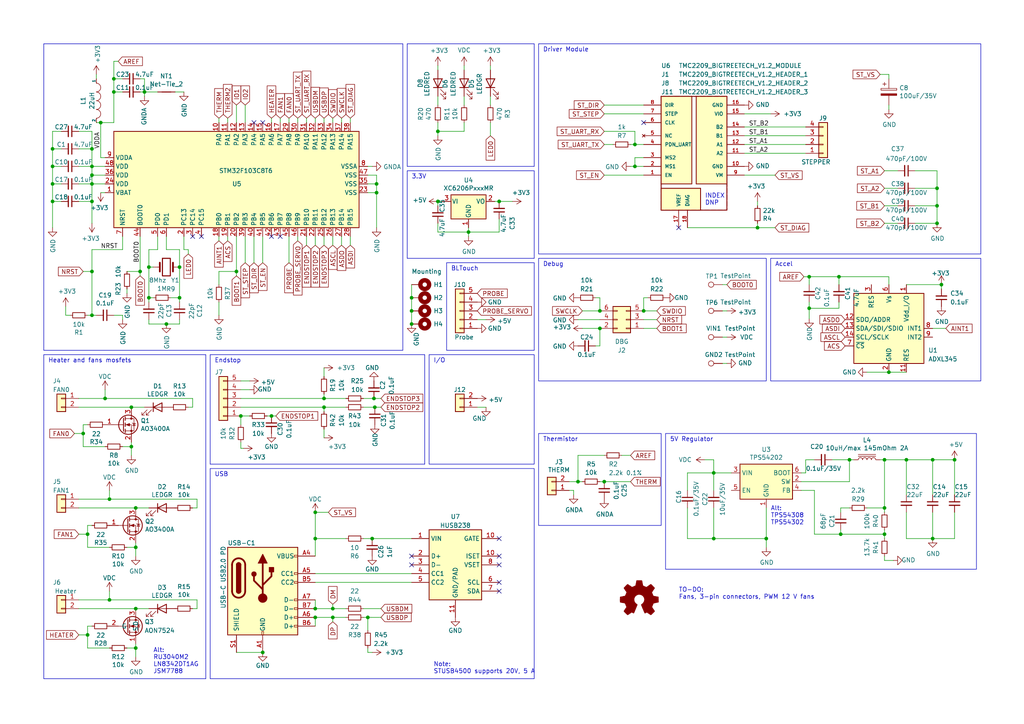
<source format=kicad_sch>
(kicad_sch (version 20230121) (generator eeschema)
  (paper "A4")
  (lib_symbols
    (symbol "Connector:TestPoint" (pin_numbers hide) (pin_names (offset 0.762) hide)
      (property "Reference" "TP" (at 0 6.858 0))
      (property "Value" "TestPoint" (at 0 5.08 0))
      (symbol "TestPoint_1_1"
        (pin passive line (at 0 0 90) (length 2.54) (name "1") (number "1"))
      )
    )
    (symbol "Connector_Generic:Conn_01x02" (pin_names (offset 1.016) hide)
      (property "Reference" "J" (at 0 2.54 0))
      (property "Value" "Conn_01x02" (at 0 -5.08 0))
      (symbol "Conn_01x02_1_1"
        (pin passive line (at -5.08 0 0) (length 3.81) (name "Pin_1") (number "1"))
        (pin passive line (at -5.08 -2.54 0) (length 3.81) (name "Pin_2") (number "2"))
      )
    )
    (symbol "Connector_Generic:Conn_01x04" (pin_names (offset 1.016) hide)
      (property "Reference" "J" (at 0 5.08 0))
      (property "Value" "Conn_01x04" (at 0 -7.62 0))
      (symbol "Conn_01x04_1_1"
        (pin passive line (at -5.08 2.54 0) (length 3.81) (name "Pin_1") (number "1"))
        (pin passive line (at -5.08 0 0) (length 3.81) (name "Pin_2") (number "2"))
        (pin passive line (at -5.08 -2.54 0) (length 3.81) (name "Pin_3") (number "3"))
        (pin passive line (at -5.08 -5.08 0) (length 3.81) (name "Pin_4") (number "4"))
      )
    )
    (symbol "Connector_Generic:Conn_01x05" (pin_names (offset 1.016) hide)
      (property "Reference" "J" (at 0 7.62 0))
      (property "Value" "Conn_01x05" (at 0 -7.62 0))
      (symbol "Conn_01x05_1_1"
        (pin passive line (at -5.08 5.08 0) (length 3.81) (name "Pin_1") (number "1"))
        (pin passive line (at -5.08 2.54 0) (length 3.81) (name "Pin_2") (number "2"))
        (pin passive line (at -5.08 0 0) (length 3.81) (name "Pin_3") (number "3"))
        (pin passive line (at -5.08 -2.54 0) (length 3.81) (name "Pin_4") (number "4"))
        (pin passive line (at -5.08 -5.08 0) (length 3.81) (name "Pin_5") (number "5"))
      )
    )
    (symbol "Connector_Generic:Conn_02x03_Odd_Even" (pin_names (offset 1.016) hide)
      (property "Reference" "J" (at 1.27 5.08 0))
      (property "Value" "Conn_02x03_Odd_Even" (at 1.27 -5.08 0))
      (symbol "Conn_02x03_Odd_Even_1_1"
        (pin passive line (at -5.08 2.54 0) (length 3.81) (name "Pin_1") (number "1"))
        (pin passive line (at 7.62 2.54 180) (length 3.81) (name "Pin_2") (number "2"))
        (pin passive line (at -5.08 0 0) (length 3.81) (name "Pin_3") (number "3"))
        (pin passive line (at 7.62 0 180) (length 3.81) (name "Pin_4") (number "4"))
        (pin passive line (at -5.08 -2.54 0) (length 3.81) (name "Pin_5") (number "5"))
        (pin passive line (at 7.62 -2.54 180) (length 3.81) (name "Pin_6") (number "6"))
      )
    )
    (symbol "Device:C_Small" (pin_numbers hide) (pin_names (offset 0.254) hide)
      (property "Reference" "C" (at 0.254 1.778 0))
      (property "Value" "C_Small" (at 0.254 -2.032 0))
      (symbol "C_Small_1_1"
        (pin passive line (at 0 2.54 270) (length 2.032) (name "~") (number "1"))
        (pin passive line (at 0 -2.54 90) (length 2.032) (name "~") (number "2"))
      )
    )
    (symbol "Device:Crystal" (pin_numbers hide) (pin_names (offset 1.016) hide)
      (property "Reference" "Y" (at 0 3.81 0))
      (property "Value" "Crystal" (at 0 -3.81 0))
      (symbol "Crystal_1_1"
        (pin passive line (at -3.81 0 0) (length 1.27) (name "1") (number "1"))
        (pin passive line (at 3.81 0 180) (length 1.27) (name "2") (number "2"))
      )
    )
    (symbol "Device:LED" (pin_numbers hide) (pin_names (offset 1.016) hide)
      (property "Reference" "D" (at 0 2.54 0))
      (property "Value" "LED" (at 0 -2.54 0))
      (symbol "LED_1_1"
        (pin passive line (at -3.81 0 0) (length 2.54) (name "K") (number "1"))
        (pin passive line (at 3.81 0 180) (length 2.54) (name "A") (number "2"))
      )
    )
    (symbol "Device:R_Small" (pin_numbers hide) (pin_names (offset 0.254) hide)
      (property "Reference" "R" (at 0.762 0.508 0))
      (property "Value" "R_Small" (at 0.762 -1.016 0))
      (symbol "R_Small_1_1"
        (pin passive line (at 0 2.54 270) (length 0.762) (name "~") (number "1"))
        (pin passive line (at 0 -2.54 90) (length 0.762) (name "~") (number "2"))
      )
    )
    (symbol "Graphic:Logo_Open_Hardware_Small" (pin_names (offset 1.016)))
    (symbol "Huvud-rescue:CP-Device" (pin_numbers hide) (pin_names (offset 0.254))
      (property "Reference" "C" (at 0.635 2.54 0))
      (property "Value" "CP-Device" (at 0.635 -2.54 0))
      (symbol "CP-Device_1_1"
        (pin passive line (at 0 3.81 270) (length 2.794) (name "~") (number "1"))
        (pin passive line (at 0 -3.81 90) (length 2.794) (name "~") (number "2"))
      )
    )
    (symbol "Huvud-rescue:L_Core_Iron-Device" (pin_numbers hide) (pin_names (offset 1.016) hide)
      (property "Reference" "L" (at -1.27 0 90))
      (property "Value" "L_Core_Iron-Device" (at 2.794 0 90))
      (symbol "L_Core_Iron-Device_1_1"
        (pin passive line (at 0 3.81 270) (length 1.27) (name "1") (number "1"))
        (pin passive line (at 0 -3.81 90) (length 1.27) (name "2") (number "2"))
      )
    )
    (symbol "Huvud-rescue:Net-Tie_2-Device" (pin_numbers hide) (pin_names (offset 0) hide)
      (property "Reference" "NT" (at 0 1.27 0))
      (property "Value" "Net-Tie_2-Device" (at 0 -1.27 0))
      (symbol "Net-Tie_2-Device_1_1"
        (pin passive line (at -2.54 0 0) (length 2.54) (name "1") (number "1"))
        (pin passive line (at 2.54 0 180) (length 2.54) (name "2") (number "2"))
      )
    )
    (symbol "Huvud:AON7418" (pin_names (offset 1.016))
      (property "Reference" "Q" (at 0 0 0))
      (property "Value" "AON7418" (at 0 0 0))
      (symbol "AON7418_1_1"
        (pin passive line (at 0 -17.78 90) (length 2.54) (name "S") (number "1"))
        (pin input line (at -7.62 -12.7 0) (length 2.54) (name "G") (number "2"))
        (pin passive line (at 0 -7.62 270) (length 2.54) (name "D") (number "3"))
      )
    )
    (symbol "Huvud:HUSB238"
      (property "Reference" "U" (at 0 1.27 0))
      (property "Value" "HUSB238" (at 0 -1.27 0))
      (symbol "HUSB238_1_1"
        (pin power_in line (at -12.7 -5.08 0) (length 5.08) (name "VIN") (number "1"))
        (pin open_collector line (at 12.7 -5.08 180) (length 5.08) (name "GATE") (number "10"))
        (pin input line (at 12.7 -10.16 180) (length 5.08) (name "ISET") (number "10"))
        (pin power_in line (at 0 -27.94 90) (length 5.08) (name "GND/PAD") (number "11"))
        (pin bidirectional line (at -12.7 -10.16 0) (length 5.08) (name "D+") (number "2"))
        (pin bidirectional line (at -12.7 -12.7 0) (length 5.08) (name "D-") (number "3"))
        (pin bidirectional line (at -12.7 -15.24 0) (length 5.08) (name "CC1") (number "4"))
        (pin bidirectional line (at -12.7 -17.78 0) (length 5.08) (name "CC2") (number "5"))
        (pin bidirectional line (at 12.7 -17.78 180) (length 5.08) (name "SCL") (number "6"))
        (pin bidirectional line (at 12.7 -20.32 180) (length 5.08) (name "SDA") (number "7"))
        (pin input line (at 12.7 -12.7 180) (length 5.08) (name "VSET") (number "8"))
      )
    )
    (symbol "Huvud:TMC2209_BIGTREETECH_V1.2_HEADER_1" (pin_names (offset 1.016))
      (property "Reference" "J" (at -12.7 25.4 0))
      (property "Value" "TMC2209_BIGTREETECH_V1.2_HEADER_1" (at -12.7 21.59 0))
      (symbol "TMC2209_BIGTREETECH_V1.2_HEADER_1_0_0"
        (pin input line (at -17.78 -2.54 0) (length 5.08) (name "EN") (number "1"))
        (pin input line (at -17.78 0 0) (length 5.08) (name "MS1") (number "2"))
        (pin input line (at -17.78 2.54 0) (length 5.08) (name "MS2") (number "3"))
        (pin bidirectional line (at -17.78 6.35 0) (length 5.08) (name "PDN_UART") (number "4"))
        (pin no_connect line (at -17.78 8.89 0) (length 5.08) (name "NC") (number "5"))
        (pin input line (at -17.78 12.7 0) (length 5.08) (name "CLK") (number "6"))
        (pin input line (at -17.78 15.24 0) (length 5.08) (name "STEP") (number "7"))
        (pin input line (at -17.78 17.78 0) (length 5.08) (name "DIR") (number "8"))
      )
    )
    (symbol "Huvud:TMC2209_BIGTREETECH_V1.2_HEADER_2" (pin_names (offset 1.016))
      (property "Reference" "J" (at -12.7 25.4 0))
      (property "Value" "TMC2209_BIGTREETECH_V1.2_HEADER_2" (at -12.7 21.59 0))
      (symbol "TMC2209_BIGTREETECH_V1.2_HEADER_2_0_0"
        (pin power_in line (at 11.43 0 180) (length 5.08) (name "GND") (number "10"))
        (pin output line (at 11.43 3.81 180) (length 5.08) (name "A2") (number "11"))
        (pin output line (at 11.43 6.35 180) (length 5.08) (name "A1") (number "12"))
        (pin output line (at 11.43 8.89 180) (length 5.08) (name "B1") (number "13"))
        (pin output line (at 11.43 11.43 180) (length 5.08) (name "B2") (number "14"))
        (pin power_in line (at 11.43 15.24 180) (length 5.08) (name "VIO") (number "15"))
        (pin power_in line (at 11.43 17.78 180) (length 5.08) (name "GND") (number "16"))
        (pin power_in line (at 11.43 -2.54 180) (length 5.08) (name "VM") (number "9"))
      )
    )
    (symbol "Huvud:TMC2209_BIGTREETECH_V1.2_HEADER_3" (pin_names (offset 1.016))
      (property "Reference" "J" (at -12.7 25.4 0))
      (property "Value" "TMC2209_BIGTREETECH_V1.2_HEADER_3" (at -12.7 21.59 0))
      (symbol "TMC2209_BIGTREETECH_V1.2_HEADER_3_0_0"
        (pin input line (at -7.62 -17.78 90) (length 5.08) (name "VREF") (number "17"))
        (pin output line (at -5.08 -17.78 90) (length 5.08) (name "DIAG") (number "18"))
      )
    )
    (symbol "Huvud:TMC2209_BIGTREETECH_V1.2_MODULE" (pin_names (offset 1.016))
      (property "Reference" "U" (at -12.7 25.4 0))
      (property "Value" "TMC2209_BIGTREETECH_V1.2_MODULE" (at -12.7 21.59 0))
    )
    (symbol "MCU_ST_STM32F1:STM32F103C8Tx"
      (property "Reference" "U" (at -15.24 36.83 0))
      (property "Value" "STM32F103C8Tx" (at 7.62 36.83 0))
      (symbol "STM32F103C8Tx_1_1"
        (pin power_in line (at -5.08 38.1 270) (length 2.54) (name "VBAT") (number "1"))
        (pin bidirectional line (at 15.24 5.08 180) (length 2.54) (name "PA0") (number "10"))
        (pin bidirectional line (at 15.24 2.54 180) (length 2.54) (name "PA1") (number "11"))
        (pin bidirectional line (at 15.24 0 180) (length 2.54) (name "PA2") (number "12"))
        (pin bidirectional line (at 15.24 -2.54 180) (length 2.54) (name "PA3") (number "13"))
        (pin bidirectional line (at 15.24 -5.08 180) (length 2.54) (name "PA4") (number "14"))
        (pin bidirectional line (at 15.24 -7.62 180) (length 2.54) (name "PA5") (number "15"))
        (pin bidirectional line (at 15.24 -10.16 180) (length 2.54) (name "PA6") (number "16"))
        (pin bidirectional line (at 15.24 -12.7 180) (length 2.54) (name "PA7") (number "17"))
        (pin bidirectional line (at -17.78 5.08 0) (length 2.54) (name "PB0") (number "18"))
        (pin bidirectional line (at -17.78 2.54 0) (length 2.54) (name "PB1") (number "19"))
        (pin bidirectional line (at -17.78 15.24 0) (length 2.54) (name "PC13") (number "2"))
        (pin bidirectional line (at -17.78 0 0) (length 2.54) (name "PB2") (number "20"))
        (pin bidirectional line (at -17.78 -20.32 0) (length 2.54) (name "PB10") (number "21"))
        (pin bidirectional line (at -17.78 -22.86 0) (length 2.54) (name "PB11") (number "22"))
        (pin power_in line (at -5.08 -38.1 90) (length 2.54) (name "VSS") (number "23"))
        (pin power_in line (at -2.54 38.1 270) (length 2.54) (name "VDD") (number "24"))
        (pin bidirectional line (at -17.78 -25.4 0) (length 2.54) (name "PB12") (number "25"))
        (pin bidirectional line (at -17.78 -27.94 0) (length 2.54) (name "PB13") (number "26"))
        (pin bidirectional line (at -17.78 -30.48 0) (length 2.54) (name "PB14") (number "27"))
        (pin bidirectional line (at -17.78 -33.02 0) (length 2.54) (name "PB15") (number "28"))
        (pin bidirectional line (at 15.24 -15.24 180) (length 2.54) (name "PA8") (number "29"))
        (pin bidirectional line (at -17.78 12.7 0) (length 2.54) (name "PC14") (number "3"))
        (pin bidirectional line (at 15.24 -17.78 180) (length 2.54) (name "PA9") (number "30"))
        (pin bidirectional line (at 15.24 -20.32 180) (length 2.54) (name "PA10") (number "31"))
        (pin bidirectional line (at 15.24 -22.86 180) (length 2.54) (name "PA11") (number "32"))
        (pin bidirectional line (at 15.24 -25.4 180) (length 2.54) (name "PA12") (number "33"))
        (pin bidirectional line (at 15.24 -27.94 180) (length 2.54) (name "PA13") (number "34"))
        (pin power_in line (at -2.54 -38.1 90) (length 2.54) (name "VSS") (number "35"))
        (pin power_in line (at 0 38.1 270) (length 2.54) (name "VDD") (number "36"))
        (pin bidirectional line (at 15.24 -30.48 180) (length 2.54) (name "PA14") (number "37"))
        (pin bidirectional line (at 15.24 -33.02 180) (length 2.54) (name "PA15") (number "38"))
        (pin bidirectional line (at -17.78 -2.54 0) (length 2.54) (name "PB3") (number "39"))
        (pin bidirectional line (at -17.78 10.16 0) (length 2.54) (name "PC15") (number "4"))
        (pin bidirectional line (at -17.78 -5.08 0) (length 2.54) (name "PB4") (number "40"))
        (pin bidirectional line (at -17.78 -7.62 0) (length 2.54) (name "PB5") (number "41"))
        (pin bidirectional line (at -17.78 -10.16 0) (length 2.54) (name "PB6") (number "42"))
        (pin bidirectional line (at -17.78 -12.7 0) (length 2.54) (name "PB7") (number "43"))
        (pin input line (at -17.78 27.94 0) (length 2.54) (name "BOOT0") (number "44"))
        (pin bidirectional line (at -17.78 -15.24 0) (length 2.54) (name "PB8") (number "45"))
        (pin bidirectional line (at -17.78 -17.78 0) (length 2.54) (name "PB9") (number "46"))
        (pin power_in line (at 0 -38.1 90) (length 2.54) (name "VSS") (number "47"))
        (pin power_in line (at 2.54 38.1 270) (length 2.54) (name "VDD") (number "48"))
        (pin input line (at -17.78 22.86 0) (length 2.54) (name "PD0") (number "5"))
        (pin input line (at -17.78 20.32 0) (length 2.54) (name "PD1") (number "6"))
        (pin input line (at -17.78 33.02 0) (length 2.54) (name "NRST") (number "7"))
        (pin power_in line (at 2.54 -38.1 90) (length 2.54) (name "VSSA") (number "8"))
        (pin power_in line (at 5.08 38.1 270) (length 2.54) (name "VDDA") (number "9"))
      )
    )
    (symbol "Mechanical:MountingHole_Pad" (pin_numbers hide) (pin_names (offset 1.016) hide)
      (property "Reference" "H" (at 0 6.35 0))
      (property "Value" "MountingHole_Pad" (at 0 4.445 0))
      (symbol "MountingHole_Pad_1_1"
        (pin input line (at 0 -2.54 90) (length 2.54) (name "1") (number "1"))
      )
    )
    (symbol "PD-Injector-SMD:USB_C_Receptacle_USB2.0" (pin_names (offset 1.016))
      (property "Reference" "USB-C1" (at 0 21.7465 0))
      (property "Value" "USB-C USB2.0 PD" (at 0 18.9714 0))
      (symbol "USB_C_Receptacle_USB2.0_1_1"
        (pin power_in line (at 0 -12.7 90) (length 5.08) (name "GND") (number "A1"))
        (pin passive line (at 0 -12.7 90) (length 5.08) hide (name "GND") (number "A12"))
        (pin power_in line (at 15.24 15.24 180) (length 5.08) (name "VBUS") (number "A4"))
        (pin bidirectional line (at 15.24 10.16 180) (length 5.08) (name "CC1") (number "A5"))
        (pin bidirectional line (at 15.24 -2.54 180) (length 5.08) (name "D+") (number "A6"))
        (pin bidirectional line (at 15.24 2.54 180) (length 5.08) (name "D-") (number "A7"))
        (pin passive line (at 15.24 15.24 180) (length 5.08) hide (name "VBUS") (number "A9"))
        (pin passive line (at 0 -12.7 90) (length 5.08) hide (name "GND") (number "B1"))
        (pin passive line (at 0 -12.7 90) (length 5.08) hide (name "GND") (number "B12"))
        (pin passive line (at 15.24 15.24 180) (length 5.08) hide (name "VBUS") (number "B4"))
        (pin bidirectional line (at 15.24 7.62 180) (length 5.08) (name "CC2") (number "B5"))
        (pin bidirectional line (at 15.24 -5.08 180) (length 5.08) (name "D+") (number "B6"))
        (pin bidirectional line (at 15.24 0 180) (length 5.08) (name "D-") (number "B7"))
        (pin passive line (at 15.24 15.24 180) (length 5.08) hide (name "VBUS") (number "B9"))
        (pin passive line (at -7.62 -12.7 90) (length 5.08) (name "SHIELD") (number "S1"))
      )
    )
    (symbol "Regulator_Linear:XC6206PxxxMR" (pin_names (offset 0.254))
      (property "Reference" "U" (at -3.81 3.175 0))
      (property "Value" "XC6206PxxxMR" (at 0 3.175 0))
      (symbol "XC6206PxxxMR_1_1"
        (pin power_in line (at 0 -7.62 90) (length 2.54) (name "GND") (number "1"))
        (pin power_out line (at 7.62 0 180) (length 2.54) (name "VO") (number "2"))
        (pin power_in line (at -7.62 0 0) (length 2.54) (name "VI") (number "3"))
      )
    )
    (symbol "Regulator_Switching:TPS54308"
      (property "Reference" "U" (at -7.62 6.35 0))
      (property "Value" "TPS54308" (at 0 6.35 0))
      (symbol "TPS54308_1_1"
        (pin power_in line (at 0 -7.62 90) (length 2.54) (name "GND") (number "1"))
        (pin power_out line (at 10.16 0 180) (length 2.54) (name "SW") (number "2"))
        (pin power_in line (at -10.16 2.54 0) (length 2.54) (name "VIN") (number "3"))
        (pin input line (at 10.16 -2.54 180) (length 2.54) (name "FB") (number "4"))
        (pin input line (at -10.16 -2.54 0) (length 2.54) (name "EN") (number "5"))
        (pin passive line (at 10.16 2.54 180) (length 2.54) (name "BOOT") (number "6"))
      )
    )
    (symbol "Sensor_Motion:ADXL343"
      (property "Reference" "U" (at -8.89 11.43 0))
      (property "Value" "ADXL343" (at -7.62 -11.43 0))
      (symbol "ADXL343_1_1"
        (pin power_in line (at 5.08 12.7 270) (length 2.54) (name "Vdd_I/O") (number "1"))
        (pin no_connect line (at -5.08 -10.16 90) (length 2.54) hide (name "NC") (number "10"))
        (pin passive line (at 5.08 -12.7 90) (length 2.54) (name "RES") (number "11"))
        (pin bidirectional line (at -12.7 2.54 0) (length 2.54) (name "SDO/ADDR") (number "12"))
        (pin bidirectional line (at -12.7 0 0) (length 2.54) (name "SDA/SDI/SDIO") (number "13"))
        (pin input line (at -12.7 -2.54 0) (length 2.54) (name "SCL/SCLK") (number "14"))
        (pin power_in line (at 0 -12.7 90) (length 2.54) (name "GND") (number "2"))
        (pin passive line (at -5.08 12.7 270) (length 2.54) (name "RES") (number "3"))
        (pin passive line (at 0 -12.7 90) (length 2.54) hide (name "GND") (number "4"))
        (pin passive line (at 0 -12.7 90) (length 2.54) hide (name "GND") (number "5"))
        (pin power_in line (at 0 12.7 270) (length 2.54) (name "Vs") (number "6"))
        (pin input line (at -12.7 -5.08 0) (length 2.54) (name "~{CS}") (number "7"))
        (pin output line (at 12.7 0 180) (length 2.54) (name "INT1") (number "8"))
        (pin output line (at 12.7 -2.54 180) (length 2.54) (name "INT2") (number "9"))
      )
    )
    (symbol "Transistor_FET:2N7002" (pin_names hide)
      (property "Reference" "Q" (at 5.08 1.905 0))
      (property "Value" "2N7002" (at 5.08 0 0))
      (symbol "2N7002_1_1"
        (pin input line (at -5.08 0 0) (length 2.54) (name "G") (number "1"))
        (pin passive line (at 2.54 -5.08 90) (length 2.54) (name "S") (number "2"))
        (pin passive line (at 2.54 5.08 270) (length 2.54) (name "D") (number "3"))
      )
    )
    (symbol "power:+3.3V" (power) (pin_names (offset 0))
      (property "Value" "+3.3V" (at 0 3.556 0))
      (symbol "+3.3V_1_1"
        (pin power_in line (at 0 0 90) (length 0) hide (name "+3V3") (number "1"))
      )
    )
    (symbol "power:+5V" (power) (pin_names (offset 0))
      (property "Value" "+5V" (at 0 3.556 0))
      (symbol "+5V_1_1"
        (pin power_in line (at 0 0 90) (length 0) hide (name "+5V") (number "1"))
      )
    )
    (symbol "power:GND" (power) (pin_names (offset 0))
      (property "Value" "GND" (at 0 -3.81 0))
      (symbol "GND_1_1"
        (pin power_in line (at 0 0 270) (length 0) hide (name "GND") (number "1"))
      )
    )
    (symbol "power:GNDA" (power) (pin_names (offset 0))
      (property "Value" "GNDA" (at 0 -3.81 0))
      (symbol "GNDA_1_1"
        (pin power_in line (at 0 0 270) (length 0) hide (name "GNDA") (number "1"))
      )
    )
    (symbol "power:VDC" (power) (pin_names (offset 0))
      (property "Value" "VDC" (at 0 6.35 0))
      (symbol "VDC_1_1"
        (pin power_in line (at 0 0 90) (length 0) hide (name "VDC") (number "1"))
      )
    )
    (symbol "pspice:INDUCTOR" (pin_numbers hide) (pin_names (offset 0))
      (property "Reference" "L" (at 0 2.54 0))
      (property "Value" "INDUCTOR" (at 0 -1.27 0))
      (symbol "INDUCTOR_1_1"
        (pin input line (at -6.35 0 0) (length 1.27) (name "1") (number "1"))
        (pin input line (at 6.35 0 180) (length 1.27) (name "2") (number "2"))
      )
    )
  )
  (junction (at 31.75 173.99))
  (junction (at 109.22 53.34))
  (junction (at 243.84 154.94))
  (junction (at 38.1 118.11))
  (junction (at 96.52 176.53))
  (junction (at 43.18 86.36))
  (junction (at 29.21 35.56))
  (junction (at 78.74 120.65))
  (junction (at 39.37 147.32))
  (junction (at 222.25 156.21))
  (junction (at 31.75 144.78))
  (junction (at 167.64 139.7))
  (junction (at 30.48 115.57))
  (junction (at 39.37 176.53))
  (junction (at 93.98 115.57))
  (junction (at 40.64 78.74))
  (junction (at 207.01 156.21))
  (junction (at 273.05 82.55))
  (junction (at 26.67 50.8))
  (junction (at 48.26 93.98))
  (junction (at 24.13 125.73))
  (junction (at 15.24 43.18))
  (junction (at 173.99 95.25))
  (junction (at 108.458 115.57))
  (junction (at 69.85 120.65))
  (junction (at 246.38 133.35))
  (junction (at 15.24 53.34))
  (junction (at 119.38 90.17))
  (junction (at 234.696 80.264))
  (junction (at 271.78 64.77))
  (junction (at 207.01 137.16))
  (junction (at 271.78 54.61))
  (junction (at 144.78 58.42))
  (junction (at 107.95 156.21))
  (junction (at 93.98 118.11))
  (junction (at 68.58 78.74))
  (junction (at 256.54 154.94))
  (junction (at 135.89 67.31))
  (junction (at 26.67 78.74))
  (junction (at 184.15 41.91))
  (junction (at 243.332 80.264))
  (junction (at 108.712 118.11))
  (junction (at 91.44 176.53))
  (junction (at 257.81 107.95))
  (junction (at 39.37 187.96))
  (junction (at 39.37 158.75))
  (junction (at 91.44 179.07))
  (junction (at 109.22 55.88))
  (junction (at 262.89 133.35))
  (junction (at 106.68 179.07))
  (junction (at 26.67 48.26))
  (junction (at 25.4 184.15))
  (junction (at 76.2 189.23))
  (junction (at 119.38 86.36))
  (junction (at 271.78 59.69))
  (junction (at 33.02 22.86))
  (junction (at 38.1 129.54))
  (junction (at 91.44 156.21))
  (junction (at 15.24 48.26))
  (junction (at 26.67 43.18))
  (junction (at 43.18 77.47))
  (junction (at 26.67 58.42))
  (junction (at 127 58.42))
  (junction (at 33.02 26.67))
  (junction (at 175.26 139.7))
  (junction (at 256.54 133.35))
  (junction (at 256.54 147.32))
  (junction (at 119.38 93.98))
  (junction (at 234.696 89.408))
  (junction (at 184.15 48.26))
  (junction (at 15.24 58.42))
  (junction (at 96.52 179.07))
  (junction (at 173.99 90.17))
  (junction (at 270.51 156.21))
  (junction (at 276.86 133.35))
  (junction (at 25.4 154.94))
  (junction (at 219.71 66.04))
  (junction (at 41.91 26.67))
  (junction (at 270.51 133.35))
  (junction (at 26.67 91.44))
  (junction (at 52.07 86.36))
  (junction (at 26.67 53.34))
  (junction (at 186.69 90.17))
  (junction (at 91.44 148.59))
  (junction (at 52.07 77.47))
  (junction (at 127 38.1))
  (no_connect (at 144.78 171.45))
  (no_connect (at 78.74 68.58))
  (no_connect (at 119.38 161.29))
  (no_connect (at 81.28 68.58))
  (no_connect (at 144.78 168.91))
  (no_connect (at 144.78 156.21))
  (no_connect (at 55.88 68.58))
  (no_connect (at 144.78 161.29))
  (no_connect (at 58.42 68.58))
  (no_connect (at 186.69 35.56))
  (no_connect (at 76.2 35.56))
  (no_connect (at 196.85 66.04))
  (no_connect (at 119.38 163.83))
  (no_connect (at 73.66 35.56))
  (no_connect (at 144.78 163.83))
  (wire (pts (xy 236.22 142.24) (xy 232.41 142.24)))
  (wire (pts (xy 265.43 59.69) (xy 271.78 59.69)))
  (wire (pts (xy 43.18 77.47) (xy 44.45 77.47)))
  (polyline (pts (xy 118.11 49.53) (xy 118.11 74.93)))
  (wire (pts (xy 276.86 148.59) (xy 276.86 156.21)))
  (wire (pts (xy 69.85 130.048) (xy 70.612 130.048)))
  (wire (pts (xy 271.78 59.69) (xy 271.78 64.77)))
  (wire (pts (xy 107.95 189.23) (xy 106.68 189.23)))
  (wire (pts (xy 17.78 38.1) (xy 15.24 38.1)))
  (wire (pts (xy 40.64 80.01) (xy 40.64 78.74)))
  (wire (pts (xy 234.696 80.264) (xy 243.332 80.264)))
  (wire (pts (xy 243.84 153.67) (xy 243.84 154.94)))
  (polyline (pts (xy 59.69 102.87) (xy 59.69 196.85)))
  (wire (pts (xy 255.27 133.35) (xy 256.54 133.35)))
  (wire (pts (xy 30.48 48.26) (xy 26.67 48.26)))
  (polyline (pts (xy 154.94 76.2) (xy 129.54 76.2)))
  (wire (pts (xy 39.37 147.32) (xy 43.18 147.32)))
  (wire (pts (xy 22.86 144.78) (xy 31.75 144.78)))
  (wire (pts (xy 26.67 91.44) (xy 27.94 91.44)))
  (wire (pts (xy 260.35 59.69) (xy 256.54 59.69)))
  (polyline (pts (xy 123.19 102.87) (xy 123.19 134.62)))
  (wire (pts (xy 127 59.69) (xy 127 58.42)))
  (wire (pts (xy 184.15 38.1) (xy 184.15 41.91)))
  (wire (pts (xy 48.26 72.39) (xy 48.26 68.58)))
  (wire (pts (xy 166.37 143.51) (xy 166.37 142.24)))
  (wire (pts (xy 55.88 176.53) (xy 57.15 176.53)))
  (wire (pts (xy 256.54 64.77) (xy 260.35 64.77)))
  (wire (pts (xy 271.78 49.53) (xy 271.78 54.61)))
  (wire (pts (xy 52.07 86.36) (xy 52.07 77.47)))
  (wire (pts (xy 199.39 66.04) (xy 219.71 66.04)))
  (wire (pts (xy 144.78 67.31) (xy 135.89 67.31)))
  (wire (pts (xy 35.56 91.44) (xy 35.56 92.71)))
  (wire (pts (xy 270.51 148.59) (xy 270.51 156.21)))
  (wire (pts (xy 68.58 68.58) (xy 68.58 78.74)))
  (polyline (pts (xy 60.96 102.87) (xy 60.96 134.62)))
  (wire (pts (xy 175.26 30.48) (xy 186.69 30.48)))
  (wire (pts (xy 63.5 78.74) (xy 63.5 82.55)))
  (wire (pts (xy 19.05 91.44) (xy 20.32 91.44)))
  (wire (pts (xy 91.44 166.37) (xy 119.38 166.37)))
  (wire (pts (xy 26.67 50.8) (xy 26.67 53.34)))
  (wire (pts (xy 43.18 87.63) (xy 43.18 86.36)))
  (wire (pts (xy 127 20.32) (xy 127 19.05)))
  (wire (pts (xy 35.56 68.58) (xy 35.56 72.39)))
  (wire (pts (xy 135.89 66.04) (xy 135.89 67.31)))
  (wire (pts (xy 41.91 27.94) (xy 41.91 26.67)))
  (polyline (pts (xy 12.7 101.6) (xy 12.7 12.7)))
  (wire (pts (xy 219.71 66.04) (xy 224.79 66.04)))
  (wire (pts (xy 127 39.37) (xy 127 38.1)))
  (wire (pts (xy 210.82 97.79) (xy 209.55 97.79)))
  (wire (pts (xy 173.99 95.25) (xy 173.99 100.33)))
  (wire (pts (xy 215.9 33.02) (xy 223.52 33.02)))
  (polyline (pts (xy 154.94 48.26) (xy 118.11 48.26)))
  (wire (pts (xy 69.85 118.11) (xy 93.98 118.11)))
  (wire (pts (xy 57.15 144.78) (xy 31.75 144.78)))
  (wire (pts (xy 172.72 86.36) (xy 173.99 86.36)))
  (wire (pts (xy 36.83 158.75) (xy 39.37 158.75)))
  (wire (pts (xy 106.68 179.07) (xy 106.68 182.88)))
  (wire (pts (xy 38.1 129.54) (xy 38.1 128.27)))
  (wire (pts (xy 66.04 69.85) (xy 66.04 68.58)))
  (wire (pts (xy 31.75 171.45) (xy 31.75 173.99)))
  (wire (pts (xy 256.54 162.56) (xy 256.54 161.29)))
  (wire (pts (xy 207.01 137.16) (xy 212.09 137.16)))
  (wire (pts (xy 100.33 176.53) (xy 96.52 176.53)))
  (wire (pts (xy 35.56 72.39) (xy 26.67 72.39)))
  (wire (pts (xy 43.18 72.39) (xy 43.18 77.47)))
  (wire (pts (xy 91.44 156.21) (xy 91.44 161.29)))
  (wire (pts (xy 52.07 93.98) (xy 52.07 92.71)))
  (wire (pts (xy 22.86 154.94) (xy 25.4 154.94)))
  (wire (pts (xy 186.69 95.25) (xy 190.5 95.25)))
  (wire (pts (xy 109.22 50.8) (xy 106.68 50.8)))
  (wire (pts (xy 167.64 132.08) (xy 167.64 139.7)))
  (wire (pts (xy 26.67 78.74) (xy 26.67 91.44)))
  (wire (pts (xy 91.44 168.91) (xy 119.38 168.91)))
  (wire (pts (xy 270.51 133.35) (xy 276.86 133.35)))
  (wire (pts (xy 109.22 55.88) (xy 109.22 53.34)))
  (wire (pts (xy 256.54 133.35) (xy 262.89 133.35)))
  (wire (pts (xy 127 67.31) (xy 135.89 67.31)))
  (wire (pts (xy 88.9 35.56) (xy 88.9 34.29)))
  (wire (pts (xy 22.86 43.18) (xy 26.67 43.18)))
  (wire (pts (xy 168.91 95.25) (xy 173.99 95.25)))
  (wire (pts (xy 22.86 176.53) (xy 39.37 176.53)))
  (wire (pts (xy 69.85 120.65) (xy 69.85 123.19)))
  (wire (pts (xy 15.24 53.34) (xy 17.78 53.34)))
  (wire (pts (xy 109.22 53.34) (xy 109.22 50.8)))
  (wire (pts (xy 233.68 133.35) (xy 233.68 137.16)))
  (wire (pts (xy 140.97 92.71) (xy 138.43 92.71)))
  (wire (pts (xy 55.88 115.57) (xy 30.48 115.57)))
  (wire (pts (xy 251.46 147.32) (xy 256.54 147.32)))
  (wire (pts (xy 265.43 64.77) (xy 271.78 64.77)))
  (wire (pts (xy 43.18 86.36) (xy 43.18 77.47)))
  (wire (pts (xy 53.34 72.39) (xy 53.34 68.58)))
  (wire (pts (xy 30.48 113.03) (xy 30.48 115.57)))
  (wire (pts (xy 57.15 173.99) (xy 31.75 173.99)))
  (wire (pts (xy 110.49 176.53) (xy 105.41 176.53)))
  (wire (pts (xy 26.67 58.42) (xy 22.86 58.42)))
  (wire (pts (xy 210.82 105.41) (xy 209.55 105.41)))
  (wire (pts (xy 127 30.48) (xy 127 27.94)))
  (wire (pts (xy 15.24 48.26) (xy 15.24 43.18)))
  (wire (pts (xy 109.22 55.88) (xy 106.68 55.88)))
  (wire (pts (xy 26.67 152.4) (xy 25.4 152.4)))
  (wire (pts (xy 30.48 45.72) (xy 29.21 45.72)))
  (wire (pts (xy 271.78 54.61) (xy 271.78 59.69)))
  (wire (pts (xy 262.89 133.35) (xy 262.89 143.51)))
  (wire (pts (xy 52.07 93.98) (xy 48.26 93.98)))
  (wire (pts (xy 52.07 87.63) (xy 52.07 86.36)))
  (wire (pts (xy 71.12 30.48) (xy 71.12 35.56)))
  (wire (pts (xy 29.21 45.72) (xy 29.21 35.56)))
  (wire (pts (xy 68.58 78.74) (xy 63.5 78.74)))
  (wire (pts (xy 26.67 53.34) (xy 26.67 58.42)))
  (wire (pts (xy 243.332 80.264) (xy 243.332 82.55)))
  (wire (pts (xy 105.41 118.11) (xy 108.712 118.11)))
  (wire (pts (xy 39.37 161.29) (xy 39.37 158.75)))
  (polyline (pts (xy 129.54 101.6) (xy 154.94 101.6)))
  (wire (pts (xy 265.43 49.53) (xy 271.78 49.53)))
  (wire (pts (xy 207.01 147.32) (xy 207.01 156.21)))
  (wire (pts (xy 107.95 156.21) (xy 119.38 156.21)))
  (wire (pts (xy 119.38 90.17) (xy 119.38 93.98)))
  (wire (pts (xy 78.74 34.29) (xy 78.74 35.56)))
  (wire (pts (xy 69.85 115.57) (xy 93.98 115.57)))
  (wire (pts (xy 127 64.77) (xy 127 67.31)))
  (wire (pts (xy 55.88 147.32) (xy 57.15 147.32)))
  (wire (pts (xy 73.66 68.58) (xy 73.66 76.2)))
  (wire (pts (xy 243.84 147.32) (xy 243.84 148.59)))
  (wire (pts (xy 101.6 34.29) (xy 101.6 35.56)))
  (polyline (pts (xy 12.7 102.87) (xy 59.69 102.87)))
  (wire (pts (xy 199.39 156.21) (xy 207.01 156.21)))
  (wire (pts (xy 52.07 72.39) (xy 52.07 77.47)))
  (wire (pts (xy 199.39 137.16) (xy 207.01 137.16)))
  (wire (pts (xy 25.4 187.96) (xy 25.4 184.15)))
  (wire (pts (xy 109.22 53.34) (xy 106.68 53.34)))
  (wire (pts (xy 68.58 189.23) (xy 76.2 189.23)))
  (wire (pts (xy 134.62 27.94) (xy 134.62 30.48)))
  (wire (pts (xy 219.71 66.04) (xy 219.71 64.77)))
  (wire (pts (xy 232.41 139.7) (xy 246.38 139.7)))
  (wire (pts (xy 15.24 53.34) (xy 15.24 58.42)))
  (wire (pts (xy 50.8 26.67) (xy 53.34 26.67)))
  (wire (pts (xy 165.1 139.7) (xy 167.64 139.7)))
  (wire (pts (xy 236.22 154.94) (xy 236.22 142.24)))
  (wire (pts (xy 17.78 43.18) (xy 15.24 43.18)))
  (wire (pts (xy 172.72 100.33) (xy 173.99 100.33)))
  (wire (pts (xy 109.22 66.04) (xy 109.22 55.88)))
  (wire (pts (xy 66.04 35.56) (xy 66.04 34.29)))
  (wire (pts (xy 22.86 115.57) (xy 30.48 115.57)))
  (wire (pts (xy 26.67 58.42) (xy 26.67 64.77)))
  (wire (pts (xy 25.4 184.15) (xy 25.4 181.61)))
  (wire (pts (xy 105.41 179.07) (xy 106.68 179.07)))
  (wire (pts (xy 186.69 86.36) (xy 187.96 86.36)))
  (wire (pts (xy 256.54 147.32) (xy 256.54 133.35)))
  (wire (pts (xy 86.36 68.58) (xy 86.36 69.85)))
  (wire (pts (xy 21.59 125.73) (xy 24.13 125.73)))
  (wire (pts (xy 256.54 153.67) (xy 256.54 154.94)))
  (wire (pts (xy 39.37 187.96) (xy 39.37 186.69)))
  (wire (pts (xy 243.332 80.264) (xy 257.81 80.264)))
  (wire (pts (xy 93.98 118.11) (xy 100.33 118.11)))
  (wire (pts (xy 182.88 132.08) (xy 180.34 132.08)))
  (wire (pts (xy 105.41 115.57) (xy 108.458 115.57)))
  (polyline (pts (xy 154.94 49.53) (xy 154.94 74.93)))
  (wire (pts (xy 96.52 180.34) (xy 96.52 179.07)))
  (wire (pts (xy 45.72 26.67) (xy 41.91 26.67)))
  (wire (pts (xy 276.86 156.21) (xy 270.51 156.21)))
  (wire (pts (xy 81.28 34.29) (xy 81.28 35.56)))
  (wire (pts (xy 27.94 22.86) (xy 27.94 21.59)))
  (wire (pts (xy 36.83 85.09) (xy 36.83 83.82)))
  (wire (pts (xy 96.52 68.58) (xy 96.52 71.12)))
  (wire (pts (xy 19.05 88.9) (xy 19.05 91.44)))
  (wire (pts (xy 256.54 154.94) (xy 256.54 156.21)))
  (wire (pts (xy 246.38 133.35) (xy 241.3 133.35)))
  (wire (pts (xy 45.72 72.39) (xy 43.18 72.39)))
  (polyline (pts (xy 12.7 12.7) (xy 116.84 12.7)))
  (wire (pts (xy 15.24 58.42) (xy 17.78 58.42)))
  (wire (pts (xy 207.01 133.35) (xy 207.01 137.16)))
  (wire (pts (xy 35.56 129.54) (xy 38.1 129.54)))
  (wire (pts (xy 199.39 142.24) (xy 199.39 137.16)))
  (wire (pts (xy 175.26 33.02) (xy 186.69 33.02)))
  (wire (pts (xy 215.9 44.45) (xy 233.68 44.45)))
  (wire (pts (xy 259.08 162.56) (xy 256.54 162.56)))
  (wire (pts (xy 33.02 26.67) (xy 33.02 35.56)))
  (wire (pts (xy 31.75 142.24) (xy 31.75 144.78)))
  (wire (pts (xy 215.9 41.91) (xy 233.68 41.91)))
  (wire (pts (xy 63.5 87.63) (xy 63.5 91.44)))
  (wire (pts (xy 168.91 90.17) (xy 173.99 90.17)))
  (wire (pts (xy 91.44 156.21) (xy 100.33 156.21)))
  (wire (pts (xy 39.37 158.75) (xy 39.37 157.48)))
  (wire (pts (xy 24.13 78.74) (xy 26.67 78.74)))
  (wire (pts (xy 69.85 120.65) (xy 72.39 120.65)))
  (wire (pts (xy 22.86 173.99) (xy 31.75 173.99)))
  (wire (pts (xy 57.15 147.32) (xy 57.15 144.78)))
  (wire (pts (xy 256.54 54.61) (xy 260.35 54.61)))
  (wire (pts (xy 184.15 48.26) (xy 186.69 48.26)))
  (wire (pts (xy 93.98 34.29) (xy 93.98 35.56)))
  (wire (pts (xy 270.51 133.35) (xy 270.51 143.51)))
  (wire (pts (xy 72.39 113.03) (xy 69.85 113.03)))
  (wire (pts (xy 142.24 19.05) (xy 142.24 20.32)))
  (wire (pts (xy 25.4 91.44) (xy 26.67 91.44)))
  (wire (pts (xy 76.2 68.58) (xy 76.2 76.2)))
  (wire (pts (xy 107.95 156.21) (xy 105.41 156.21)))
  (wire (pts (xy 142.24 35.56) (xy 142.24 39.37)))
  (wire (pts (xy 236.22 133.35) (xy 233.68 133.35)))
  (wire (pts (xy 91.44 179.07) (xy 91.44 181.61)))
  (wire (pts (xy 91.44 173.99) (xy 91.44 176.53)))
  (wire (pts (xy 26.67 48.26) (xy 26.67 50.8)))
  (wire (pts (xy 48.26 93.98) (xy 43.18 93.98)))
  (wire (pts (xy 215.9 39.37) (xy 233.68 39.37)))
  (wire (pts (xy 222.25 156.21) (xy 222.25 158.75)))
  (wire (pts (xy 262.89 82.55) (xy 273.05 82.55)))
  (wire (pts (xy 199.39 147.32) (xy 199.39 156.21)))
  (wire (pts (xy 68.58 30.48) (xy 68.58 35.56)))
  (wire (pts (xy 234.696 80.264) (xy 234.696 82.55)))
  (polyline (pts (xy 118.11 12.7) (xy 154.94 12.7)))
  (wire (pts (xy 41.91 22.86) (xy 41.91 26.67)))
  (wire (pts (xy 77.47 120.65) (xy 78.74 120.65)))
  (wire (pts (xy 95.25 148.59) (xy 91.44 148.59)))
  (wire (pts (xy 63.5 35.56) (xy 63.5 34.29)))
  (wire (pts (xy 93.98 118.11) (xy 93.98 119.38)))
  (wire (pts (xy 119.38 82.55) (xy 119.38 86.36)))
  (wire (pts (xy 96.52 34.29) (xy 96.52 35.56)))
  (polyline (pts (xy 60.96 134.62) (xy 123.19 134.62)))
  (wire (pts (xy 33.02 17.78) (xy 33.02 22.86)))
  (polyline (pts (xy 116.84 12.7) (xy 116.84 101.6)))
  (wire (pts (xy 144.78 63.5) (xy 144.78 67.31)))
  (wire (pts (xy 108.458 115.57) (xy 110.49 115.57)))
  (wire (pts (xy 49.53 86.36) (xy 52.07 86.36)))
  (wire (pts (xy 30.48 50.8) (xy 26.67 50.8)))
  (wire (pts (xy 106.68 189.23) (xy 106.68 187.96)))
  (polyline (pts (xy 154.94 76.2) (xy 154.94 101.6)))
  (wire (pts (xy 91.44 68.58) (xy 91.44 71.12)))
  (wire (pts (xy 40.64 78.74) (xy 40.64 68.58)))
  (wire (pts (xy 39.37 190.5) (xy 39.37 187.96)))
  (wire (pts (xy 186.69 90.17) (xy 190.5 90.17)))
  (wire (pts (xy 26.67 53.34) (xy 30.48 53.34)))
  (wire (pts (xy 34.29 17.78) (xy 33.02 17.78)))
  (polyline (pts (xy 154.94 12.7) (xy 154.94 48.26)))
  (wire (pts (xy 256.54 154.94) (xy 243.84 154.94)))
  (wire (pts (xy 234.696 89.408) (xy 234.696 92.456)))
  (wire (pts (xy 246.38 147.32) (xy 243.84 147.32)))
  (wire (pts (xy 233.172 80.264) (xy 234.696 80.264)))
  (wire (pts (xy 184.15 48.26) (xy 184.15 45.72)))
  (wire (pts (xy 190.5 92.71) (xy 186.69 92.71)))
  (wire (pts (xy 134.62 38.1) (xy 127 38.1)))
  (wire (pts (xy 33.02 26.67) (xy 35.56 26.67)))
  (wire (pts (xy 91.44 176.53) (xy 96.52 176.53)))
  (wire (pts (xy 93.98 115.57) (xy 93.98 114.3)))
  (wire (pts (xy 127 58.42) (xy 128.27 58.42)))
  (wire (pts (xy 184.15 41.91) (xy 182.88 41.91)))
  (wire (pts (xy 93.98 115.57) (xy 100.33 115.57)))
  (wire (pts (xy 31.75 158.75) (xy 25.4 158.75)))
  (wire (pts (xy 25.4 123.19) (xy 24.13 123.19)))
  (wire (pts (xy 26.67 43.18) (xy 26.67 48.26)))
  (wire (pts (xy 173.99 139.7) (xy 175.26 139.7)))
  (wire (pts (xy 127 38.1) (xy 127 35.56)))
  (wire (pts (xy 39.37 176.53) (xy 43.18 176.53)))
  (wire (pts (xy 270.51 156.21) (xy 262.89 156.21)))
  (polyline (pts (xy 116.84 101.6) (xy 12.7 101.6)))
  (wire (pts (xy 91.44 179.07) (xy 96.52 179.07)))
  (wire (pts (xy 36.83 78.74) (xy 40.64 78.74)))
  (wire (pts (xy 101.6 68.58) (xy 101.6 71.12)))
  (wire (pts (xy 38.1 132.08) (xy 38.1 129.54)))
  (wire (pts (xy 256.54 147.32) (xy 256.54 148.59)))
  (wire (pts (xy 31.75 187.96) (xy 25.4 187.96)))
  (wire (pts (xy 222.25 156.21) (xy 222.25 147.32)))
  (wire (pts (xy 173.99 86.36) (xy 173.99 90.17)))
  (wire (pts (xy 232.41 137.16) (xy 233.68 137.16)))
  (wire (pts (xy 243.84 154.94) (xy 236.22 154.94)))
  (wire (pts (xy 274.32 95.25) (xy 270.51 95.25)))
  (wire (pts (xy 36.83 187.96) (xy 39.37 187.96)))
  (wire (pts (xy 93.98 68.58) (xy 93.98 71.12)))
  (wire (pts (xy 96.52 179.07) (xy 100.33 179.07)))
  (wire (pts (xy 143.51 58.42) (xy 144.78 58.42)))
  (wire (pts (xy 25.4 158.75) (xy 25.4 154.94)))
  (wire (pts (xy 135.89 67.31) (xy 135.89 68.58)))
  (wire (pts (xy 54.61 73.66) (xy 54.61 72.39)))
  (wire (pts (xy 38.1 118.11) (xy 41.91 118.11)))
  (wire (pts (xy 26.67 181.61) (xy 25.4 181.61)))
  (wire (pts (xy 257.81 80.264) (xy 257.81 82.55)))
  (wire (pts (xy 91.44 148.59) (xy 91.44 156.21)))
  (wire (pts (xy 246.38 133.35) (xy 247.65 133.35)))
  (wire (pts (xy 108.712 118.11) (xy 110.49 118.11)))
  (wire (pts (xy 30.48 129.54) (xy 24.13 129.54)))
  (wire (pts (xy 257.81 107.95) (xy 262.89 107.95)))
  (wire (pts (xy 57.15 176.53) (xy 57.15 173.99)))
  (wire (pts (xy 43.18 92.71) (xy 43.18 93.98)))
  (polyline (pts (xy 129.54 76.2) (xy 129.54 101.6)))
  (wire (pts (xy 40.64 22.86) (xy 41.91 22.86)))
  (wire (pts (xy 83.82 68.58) (xy 83.82 76.2)))
  (wire (pts (xy 142.24 27.94) (xy 142.24 30.48)))
  (wire (pts (xy 260.35 49.53) (xy 256.54 49.53)))
  (wire (pts (xy 243.332 89.408) (xy 243.332 87.63)))
  (wire (pts (xy 25.4 154.94) (xy 25.4 152.4)))
  (wire (pts (xy 86.36 34.29) (xy 86.36 35.56)))
  (wire (pts (xy 83.82 35.56) (xy 83.82 34.29)))
  (wire (pts (xy 29.21 35.56) (xy 33.02 35.56)))
  (wire (pts (xy 219.71 58.42) (xy 219.71 59.69)))
  (wire (pts (xy 257.81 21.59) (xy 257.81 22.86)))
  (wire (pts (xy 27.94 35.56) (xy 29.21 35.56)))
  (wire (pts (xy 257.81 30.48) (xy 257.81 31.75)))
  (wire (pts (xy 63.5 69.85) (xy 63.5 68.58)))
  (wire (pts (xy 26.67 72.39) (xy 26.67 78.74)))
  (wire (pts (xy 33.02 22.86) (xy 35.56 22.86)))
  (wire (pts (xy 148.59 58.42) (xy 144.78 58.42)))
  (wire (pts (xy 22.86 53.34) (xy 26.67 53.34)))
  (wire (pts (xy 26.67 38.1) (xy 26.67 43.18)))
  (wire (pts (xy 186.69 45.72) (xy 184.15 45.72)))
  (wire (pts (xy 175.26 132.08) (xy 167.64 132.08)))
  (polyline (pts (xy 12.7 196.85) (xy 12.7 102.87)))
  (wire (pts (xy 29.21 55.88) (xy 30.48 55.88)))
  (polyline (pts (xy 60.96 102.87) (xy 123.19 102.87)))
  (wire (pts (xy 167.64 139.7) (xy 168.91 139.7)))
  (wire (pts (xy 175.26 41.91) (xy 177.8 41.91)))
  (wire (pts (xy 17.78 48.26) (xy 15.24 48.26)))
  (wire (pts (xy 106.68 179.07) (xy 110.49 179.07)))
  (wire (pts (xy 234.696 89.408) (xy 243.332 89.408)))
  (wire (pts (xy 273.05 83.82) (xy 273.05 82.55)))
  (wire (pts (xy 72.39 110.49) (xy 69.85 110.49)))
  (wire (pts (xy 88.9 71.12) (xy 88.9 68.58)))
  (wire (pts (xy 251.46 107.95) (xy 257.81 107.95)))
  (wire (pts (xy 99.06 68.58) (xy 99.06 71.12)))
  (wire (pts (xy 96.52 175.26) (xy 96.52 176.53)))
  (wire (pts (xy 134.62 19.05) (xy 134.62 20.32)))
  (wire (pts (xy 54.61 118.11) (xy 55.88 118.11)))
  (wire (pts (xy 22.86 48.26) (xy 26.67 48.26)))
  (wire (pts (xy 68.58 78.74) (xy 68.58 80.01)))
  (wire (pts (xy 44.45 86.36) (xy 43.18 86.36)))
  (wire (pts (xy 15.24 38.1) (xy 15.24 43.18)))
  (wire (pts (xy 265.43 54.61) (xy 271.78 54.61)))
  (wire (pts (xy 207.01 142.24) (xy 207.01 137.16)))
  (wire (pts (xy 106.68 48.26) (xy 107.95 48.26)))
  (polyline (pts (xy 59.69 196.85) (xy 12.7 196.85)))
  (wire (pts (xy 22.86 38.1) (xy 26.67 38.1)))
  (wire (pts (xy 45.72 68.58) (xy 45.72 72.39)))
  (wire (pts (xy 182.88 48.26) (xy 184.15 48.26)))
  (polyline (pts (xy 154.94 49.53) (xy 118.11 49.53)))
  (wire (pts (xy 186.69 41.91) (xy 184.15 41.91)))
  (wire (pts (xy 78.74 120.65) (xy 80.01 120.65)))
  (wire (pts (xy 175.26 50.8) (xy 186.69 50.8)))
  (wire (pts (xy 15.24 53.34) (xy 15.24 48.26)))
  (wire (pts (xy 262.89 133.35) (xy 270.51 133.35)))
  (wire (pts (xy 204.47 133.35) (xy 207.01 133.35)))
  (wire (pts (xy 175.26 139.7) (xy 182.88 139.7)))
  (wire (pts (xy 134.62 38.1) (xy 134.62 35.56)))
  (wire (pts (xy 175.26 38.1) (xy 184.15 38.1)))
  (wire (pts (xy 209.55 90.17) (xy 210.82 90.17)))
  (wire (pts (xy 33.02 22.86) (xy 33.02 26.67)))
  (wire (pts (xy 262.89 148.59) (xy 262.89 156.21)))
  (wire (pts (xy 234.696 87.63) (xy 234.696 89.408)))
  (wire (pts (xy 55.88 118.11) (xy 55.88 115.57)))
  (wire (pts (xy 166.37 142.24) (xy 165.1 142.24)))
  (wire (pts (xy 71.12 68.58) (xy 71.12 76.2)))
  (wire (pts (xy 33.02 91.44) (xy 35.56 91.44)))
  (wire (pts (xy 138.43 118.11) (xy 140.97 118.11)))
  (wire (pts (xy 38.1 118.11) (xy 22.86 118.11)))
  (wire (pts (xy 224.79 50.8) (xy 215.9 50.8)))
  (wire (pts (xy 186.69 86.36) (xy 186.69 90.17)))
  (wire (pts (xy 52.07 72.39) (xy 48.26 72.39)))
  (wire (pts (xy 93.98 106.68) (xy 93.98 109.22)))
  (wire (pts (xy 255.27 21.59) (xy 257.81 21.59)))
  (wire (pts (xy 167.64 92.71) (xy 173.99 92.71)))
  (wire (pts (xy 15.24 58.42) (xy 15.24 66.04)))
  (wire (pts (xy 69.85 130.048) (xy 69.85 128.27)))
  (wire (pts (xy 91.44 34.29) (xy 91.44 35.56)))
  (polyline (pts (xy 118.11 48.26) (xy 118.11 12.7)))
  (wire (pts (xy 40.64 26.67) (xy 41.91 26.67)))
  (wire (pts (xy 246.38 139.7) (xy 246.38 133.35)))
  (wire (pts (xy 24.13 129.54) (xy 24.13 125.73)))
  (wire (pts (xy 54.61 72.39) (xy 53.34 72.39)))
  (wire (pts (xy 99.06 34.29) (xy 99.06 35.56)))
  (wire (pts (xy 215.9 36.83) (xy 233.68 36.83)))
  (wire (pts (xy 24.13 125.73) (xy 24.13 123.19)))
  (wire (pts (xy 207.01 156.21) (xy 222.25 156.21)))
  (wire (pts (xy 209.55 82.55) (xy 210.82 82.55)))
  (wire (pts (xy 22.86 184.15) (xy 25.4 184.15)))
  (wire (pts (xy 22.86 147.32) (xy 39.37 147.32)))
  (polyline (pts (xy 118.11 74.93) (xy 154.94 74.93)))
  (wire (pts (xy 276.86 133.35) (xy 276.86 143.51)))
  (wire (pts (xy 93.98 124.46) (xy 93.98 127)))
  (wire (pts (xy 119.38 86.36) (xy 119.38 90.17)))
  (rectangle (start 156.21 74.93) (end 222.25 110.49))
  (rectangle (start 156.21 125.73) (end 191.77 152.4))
  (rectangle (start 156.21 12.7) (end 284.48 73.66))
  (rectangle (start 60.96 135.89) (end 154.94 196.85))
  (rectangle (start 223.52 74.93) (end 284.48 110.49))
  (rectangle (start 124.46 102.87) (end 154.94 134.62))
  (rectangle (start 193.04 125.73) (end 283.21 165.1))
  (text "3.3V" (at 119.38 52.07 0) (effects (font (size 1.27 1.27)) (justify left bottom)))
  (text "5V Regulator" (at 194.31 128.27 0) (effects (font (size 1.27 1.27)) (justify left bottom)))
  (text "Endstop" (at 62.23 105.41 0) (effects (font (size 1.27 1.27)) (justify left bottom)))
  (text "I/O" (at 125.73 105.41 0) (effects (font (size 1.27 1.27)) (justify left bottom)))
  (text "Debug" (at 157.48 77.47 0) (effects (font (size 1.27 1.27)) (justify left bottom)))
  (text "Note:\nSTUSB4500 supports 20V, 5 A" (at 125.73 195.58 0) (effects (font (size 1.27 1.27)) (justify left bottom)))
  (text "Driver Module" (at 157.48 15.24 0) (effects (font (size 1.27 1.27)) (justify left bottom)))
  (text "TO-DO:\nFans, 3-pin connectors, PWM 12 V fans" (at 196.85 173.99 0) (effects (font (size 1.27 1.27)) (justify left bottom)))
  (text "Alt: \nRU3040M2\nLN8342DT1AG\nJSM7788" (at 44.45 195.58 0) (effects (font (size 1.27 1.27)) (justify left bottom)))
  (text "Thermistor" (at 157.48 128.27 0) (effects (font (size 1.27 1.27)) (justify left bottom)))
  (text "Heater and fans mosfets" (at 13.97 105.41 0) (effects (font (size 1.27 1.27)) (justify left bottom)))
  (text "USB" (at 62.23 138.43 0) (effects (font (size 1.27 1.27)) (justify left bottom)))
  (text "Accel" (at 224.79 77.47 0) (effects (font (size 1.27 1.27)) (justify left bottom)))
  (text "Alt: \nTPS54308\nTPS54302" (at 223.52 152.4 0) (effects (font (size 1.27 1.27)) (justify left bottom)))
  (text "BLTouch" (at 130.81 78.74 0) (effects (font (size 1.27 1.27)) (justify left bottom)))
  (text "INDEX\nDNP" (at 204.47 59.69 0) (effects (font (size 1.27 1.27)) (justify left bottom)))
  (label "ST_A2" (at 217.17 44.45 0))
  (label "BOOT0" (at 40.64 76.2 90))
  (label "ST_B1" (at 217.17 39.37 0))
  (label "ST_A1" (at 217.17 41.91 0))
  (label "NRST" (at 29.21 72.39 0))
  (label "ST_B2" (at 217.17 36.83 0))
  (label "VDDA" (at 29.21 43.18 90))
  (global_label "USBDP" (shape input) (at 110.49 179.07 0) (property "Intersheetrefs" "${INTERSHEET_REFS}" (effects hide)))
  (global_label "IO2" (shape input) (at 71.12 30.48 90) (property "Intersheetrefs" "${INTERSHEET_REFS}" (effects hide)))
  (global_label "THERM" (shape input) (at 63.5 34.29 90) (property "Intersheetrefs" "${INTERSHEET_REFS}" (effects hide)))
  (global_label "AREF" (shape input) (at 34.29 17.78 0) (property "Intersheetrefs" "${INTERSHEET_REFS}" (effects hide)))
  (global_label "ST_UART_RX" (shape input) (at 88.9 34.29 90) (property "Intersheetrefs" "${INTERSHEET_REFS}" (effects hide)))
  (global_label "THERM" (shape input) (at 182.88 139.7 0) (property "Intersheetrefs" "${INTERSHEET_REFS}" (effects hide)))
  (global_label "ASCL" (shape input) (at 245.11 97.79 180) (property "Intersheetrefs" "${INTERSHEET_REFS}" (effects hide)))
  (global_label "BOOT0" (shape input) (at 210.82 82.55 0) (property "Intersheetrefs" "${INTERSHEET_REFS}" (effects hide)))
  (global_label "ST_STEP" (shape input) (at 71.12 76.2 270) (property "Intersheetrefs" "${INTERSHEET_REFS}" (effects hide)))
  (global_label "HEATER" (shape input) (at 22.86 184.15 180) (property "Intersheetrefs" "${INTERSHEET_REFS}" (effects hide)))
  (global_label "ST_EN" (shape input) (at 175.26 50.8 180) (property "Intersheetrefs" "${INTERSHEET_REFS}" (effects hide)))
  (global_label "PROBE_SERVO" (shape input) (at 86.36 69.85 270) (property "Intersheetrefs" "${INTERSHEET_REFS}" (effects hide)))
  (global_label "PROBE_SERVO" (shape input) (at 138.43 90.17 0) (property "Intersheetrefs" "${INTERSHEET_REFS}" (effects hide)))
  (global_label "ACS" (shape input) (at 245.11 100.33 180) (property "Intersheetrefs" "${INTERSHEET_REFS}" (effects hide)))
  (global_label "SWCLK" (shape input) (at 168.91 90.17 180) (property "Intersheetrefs" "${INTERSHEET_REFS}" (effects hide)))
  (global_label "ST_B2" (shape input) (at 256.54 64.77 180) (property "Intersheetrefs" "${INTERSHEET_REFS}" (effects hide)))
  (global_label "NRST" (shape input) (at 190.5 92.71 0) (property "Intersheetrefs" "${INTERSHEET_REFS}" (effects hide)))
  (global_label "FAN1" (shape input) (at 22.86 154.94 180) (property "Intersheetrefs" "${INTERSHEET_REFS}" (effects hide)))
  (global_label "IO1" (shape input) (at 68.58 30.48 90) (property "Intersheetrefs" "${INTERSHEET_REFS}" (effects hide)))
  (global_label "USBDP" (shape input) (at 93.98 34.29 90) (property "Intersheetrefs" "${INTERSHEET_REFS}" (effects hide)))
  (global_label "USBDM" (shape input) (at 91.44 34.29 90) (property "Intersheetrefs" "${INTERSHEET_REFS}" (effects hide)))
  (global_label "SWDIO" (shape input) (at 190.5 90.17 0) (property "Intersheetrefs" "${INTERSHEET_REFS}" (effects hide)))
  (global_label "ST_DIR" (shape input) (at 175.26 30.48 180) (property "Intersheetrefs" "${INTERSHEET_REFS}" (effects hide)))
  (global_label "AREF" (shape input) (at 233.172 80.264 180) (property "Intersheetrefs" "${INTERSHEET_REFS}" (effects hide)))
  (global_label "ST_DIAG" (shape input) (at 224.79 66.04 0) (property "Intersheetrefs" "${INTERSHEET_REFS}" (effects hide)))
  (global_label "SWCLK" (shape input) (at 99.06 34.29 90) (property "Intersheetrefs" "${INTERSHEET_REFS}" (effects hide)))
  (global_label "ASCL" (shape input) (at 96.52 71.12 270) (property "Intersheetrefs" "${INTERSHEET_REFS}" (effects hide)))
  (global_label "FAN0" (shape input) (at 83.82 34.29 90) (property "Intersheetrefs" "${INTERSHEET_REFS}" (effects hide)))
  (global_label "ENDSTOP3" (shape input) (at 93.98 71.12 270) (property "Intersheetrefs" "${INTERSHEET_REFS}" (effects hide)))
  (global_label "BOOT0" (shape input) (at 40.64 80.01 270) (property "Intersheetrefs" "${INTERSHEET_REFS}" (effects hide)))
  (global_label "PROBE" (shape input) (at 83.82 76.2 270) (property "Intersheetrefs" "${INTERSHEET_REFS}" (effects hide)))
  (global_label "ST_UART_TX" (shape input) (at 86.36 34.29 90) (property "Intersheetrefs" "${INTERSHEET_REFS}" (effects hide)))
  (global_label "DP" (shape input) (at 96.52 180.34 270) (property "Intersheetrefs" "${INTERSHEET_REFS}" (effects hide)))
  (global_label "ST_DIR" (shape input) (at 73.66 76.2 270) (property "Intersheetrefs" "${INTERSHEET_REFS}" (effects hide)))
  (global_label "FAN0" (shape input) (at 21.59 125.73 180) (property "Intersheetrefs" "${INTERSHEET_REFS}" (effects hide)))
  (global_label "ST_B1" (shape input) (at 256.54 59.69 180) (property "Intersheetrefs" "${INTERSHEET_REFS}" (effects hide)))
  (global_label "AREF" (shape input) (at 182.88 132.08 0) (property "Intersheetrefs" "${INTERSHEET_REFS}" (effects hide)))
  (global_label "ST_UART_RX" (shape input) (at 175.26 38.1 180) (property "Intersheetrefs" "${INTERSHEET_REFS}" (effects hide)))
  (global_label "ASDO" (shape input) (at 99.06 71.12 270) (property "Intersheetrefs" "${INTERSHEET_REFS}" (effects hide)))
  (global_label "ENDSTOP3" (shape input) (at 110.49 115.57 0) (property "Intersheetrefs" "${INTERSHEET_REFS}" (effects hide)))
  (global_label "ENDSTOP1" (shape input) (at 88.9 71.12 270) (property "Intersheetrefs" "${INTERSHEET_REFS}" (effects hide)))
  (global_label "BOOT1" (shape input) (at 68.58 80.01 270) (property "Intersheetrefs" "${INTERSHEET_REFS}" (effects hide)))
  (global_label "AINT1" (shape input) (at 274.32 95.25 0) (property "Intersheetrefs" "${INTERSHEET_REFS}" (effects hide)))
  (global_label "ASDI" (shape input) (at 245.11 95.25 180) (property "Intersheetrefs" "${INTERSHEET_REFS}" (effects hide)))
  (global_label "ST_DIAG" (shape input) (at 101.6 34.29 90) (property "Intersheetrefs" "${INTERSHEET_REFS}" (effects hide)))
  (global_label "ST_VS" (shape input) (at 95.25 148.59 0) (property "Intersheetrefs" "${INTERSHEET_REFS}" (effects hide)))
  (global_label "ST_VS" (shape input) (at 224.79 50.8 0) (property "Intersheetrefs" "${INTERSHEET_REFS}" (effects hide)))
  (global_label "ST_A1" (shape input) (at 256.54 49.53 180) (property "Intersheetrefs" "${INTERSHEET_REFS}" (effects hide)))
  (global_label "PROBE" (shape input) (at 138.43 85.09 0) (property "Intersheetrefs" "${INTERSHEET_REFS}" (effects hide)))
  (global_label "ST_UART_TX" (shape input) (at 175.26 41.91 180) (property "Intersheetrefs" "${INTERSHEET_REFS}" (effects hide)))
  (global_label "ASDI" (shape input) (at 101.6 71.12 270) (property "Intersheetrefs" "${INTERSHEET_REFS}" (effects hide)))
  (global_label "ENDSTOP2" (shape input) (at 91.44 71.12 270) (property "Intersheetrefs" "${INTERSHEET_REFS}" (effects hide)))
  (global_label "ST_VS" (shape input) (at 255.27 21.59 180) (property "Intersheetrefs" "${INTERSHEET_REFS}" (effects hide)))
  (global_label "LED0" (shape input) (at 142.24 39.37 270) (property "Intersheetrefs" "${INTERSHEET_REFS}" (effects hide)))
  (global_label "SWDIO" (shape input) (at 96.52 34.29 90) (property "Intersheetrefs" "${INTERSHEET_REFS}" (effects hide)))
  (global_label "ENDSTOP1" (shape input) (at 80.01 120.65 0) (property "Intersheetrefs" "${INTERSHEET_REFS}" (effects hide)))
  (global_label "BOOT1" (shape input) (at 190.5 95.25 0) (property "Intersheetrefs" "${INTERSHEET_REFS}" (effects hide)))
  (global_label "ST_A2" (shape input) (at 256.54 54.61 180) (property "Intersheetrefs" "${INTERSHEET_REFS}" (effects hide)))
  (global_label "ENDSTOP2" (shape input) (at 110.49 118.11 0) (property "Intersheetrefs" "${INTERSHEET_REFS}" (effects hide)))
  (global_label "ST_EN" (shape input) (at 76.2 76.2 270) (property "Intersheetrefs" "${INTERSHEET_REFS}" (effects hide)))
  (global_label "THERM2" (shape input) (at 66.04 34.29 90) (property "Intersheetrefs" "${INTERSHEET_REFS}" (effects hide)))
  (global_label "AINT1" (shape input) (at 63.5 69.85 270) (property "Intersheetrefs" "${INTERSHEET_REFS}" (effects hide)))
  (global_label "DM" (shape input) (at 96.52 175.26 90) (property "Intersheetrefs" "${INTERSHEET_REFS}" (effects hide)))
  (global_label "NRST" (shape input) (at 24.13 78.74 180) (property "Intersheetrefs" "${INTERSHEET_REFS}" (effects hide)))
  (global_label "FAN1" (shape input) (at 81.28 34.29 90) (property "Intersheetrefs" "${INTERSHEET_REFS}" (effects hide)))
  (global_label "HEATER" (shape input) (at 78.74 34.29 90) (property "Intersheetrefs" "${INTERSHEET_REFS}" (effects hide)))
  (global_label "ASDO" (shape input) (at 245.11 92.71 180) (property "Intersheetrefs" "${INTERSHEET_REFS}" (effects hide)))
  (global_label "USBDM" (shape input) (at 110.49 176.53 0) (property "Intersheetrefs" "${INTERSHEET_REFS}" (effects hide)))
  (global_label "ST_STEP" (shape input) (at 175.26 33.02 180) (property "Intersheetrefs" "${INTERSHEET_REFS}" (effects hide)))
  (global_label "LED0" (shape input) (at 54.61 73.66 270) (property "Intersheetrefs" "${INTERSHEET_REFS}" (effects hide)))
  (global_label "ACS" (shape input) (at 66.04 69.85 270) (property "Intersheetrefs" "${INTERSHEET_REFS}" (effects hide)))
  (symbol (lib_id "Connector_Generic:Conn_01x02") (at 17.78 115.57 0) (mirror y) (unit 1)
    (property "Reference" "J4" (at 16.51 110.49 0))
    (property "Value" "FAN0" (at 17.78 113.03 0))
    (property "Footprint" "Connector_JST:JST_PH_B2B-PH-K_1x02_P2.00mm_Vertical" (effects hide))
    (property "LCSC" "C2319" (effects hide))
  )
  (symbol (lib_id "Connector_Generic:Conn_01x02") (at 17.78 144.78 0) (mirror y) (unit 1)
    (property "Reference" "J5" (at 16.51 139.7 0))
    (property "Value" "FAN1" (at 17.78 142.24 0))
    (property "Footprint" "Connector_JST:JST_PH_B2B-PH-K_1x02_P2.00mm_Vertical" (effects hide))
    (property "LCSC" "C2319" (effects hide))
  )
  (symbol (lib_id "Connector_Generic:Conn_01x02") (at 17.78 173.99 0) (mirror y) (unit 1)
    (property "Reference" "J6" (at 16.51 168.91 0))
    (property "Value" "Heater" (at 19.05 171.45 0))
    (property "Footprint" "Huvud:TerminalBlock_TE_282834-2_1x02_P2.54mm_Horizontal" (effects hide))
    (property "LCSC" "C557685" (effects hide))
  )
  (symbol (lib_id "Connector_Generic:Conn_01x02") (at 160.02 142.24 180) (unit 1)
    (property "Reference" "J3" (at 162.1028 133.985 0))
    (property "Value" "THERM" (at 162.1028 136.2964 0))
    (property "Footprint" "Connector_JST:JST_PH_B2B-PH-K_1x02_P2.00mm_Vertical" (effects hide))
    (property "LCSC" "C2320" (effects hide))
  )
  (symbol (lib_id "power:GND") (at 257.81 31.75 0) (unit 1)
    (property "Reference" "#PWR026" (effects hide))
    (property "Value" "GND" (at 257.937 36.1442 0))
  )
  (symbol (lib_id "Huvud-rescue:CP-Device") (at 257.81 26.67 0) (unit 1)
    (property "Reference" "C8" (at 260.8072 25.5016 0) (effects (justify left)))
    (property "Value" "100uF/35V" (at 260.8072 27.813 0) (effects (justify left)))
    (property "Footprint" "Capacitor_SMD:CP_Elec_6.3x5.8" (effects hide))
    (property "LCSC" "C249982" (effects hide))
  )
  (symbol (lib_id "power:GNDA") (at 175.26 144.78 0) (unit 1)
    (property "Reference" "#PWR04" (effects hide))
    (property "Value" "GNDA" (at 175.387 149.1742 0))
  )
  (symbol (lib_id "power:GNDA") (at 107.95 48.26 90) (mirror x) (unit 1)
    (property "Reference" "#PWR011" (effects hide))
    (property "Value" "GNDA" (at 111.1758 48.387 90) (effects (justify right)))
  )
  (symbol (lib_id "Device:R_Small") (at 171.45 139.7 270) (unit 1)
    (property "Reference" "R5" (at 171.45 134.62 90))
    (property "Value" "10k" (at 171.45 137.033 90))
    (property "Footprint" "Resistor_SMD:R_0402_1005Metric" (effects hide))
    (property "LCSC" "C25744" (effects hide))
  )
  (symbol (lib_id "Device:R_Small") (at 177.8 132.08 90) (unit 1)
    (property "Reference" "R2" (at 176.53 134.62 90) (effects (justify right)))
    (property "Value" "2.2k 0.1%" (at 176.53 137.16 90) (effects (justify right)))
    (property "Footprint" "Resistor_SMD:R_0402_1005Metric" (effects hide))
    (property "LCSC" "C445604" (effects hide))
  )
  (symbol (lib_id "Transistor_FET:2N7002") (at 35.56 123.19 0) (unit 1)
    (property "Reference" "Q1" (at 40.767 122.0216 0) (effects (justify left)))
    (property "Value" "AO3400A" (at 40.767 124.333 0) (effects (justify left)))
    (property "Footprint" "Package_TO_SOT_SMD:SOT-23" (effects hide))
    (property "LCSC" "C20917" (effects hide))
  )
  (symbol (lib_id "Device:R_Small") (at 33.02 129.54 270) (unit 1)
    (property "Reference" "R8" (at 33.02 132.08 90))
    (property "Value" "10k" (at 33.02 134.3914 90))
    (property "Footprint" "Resistor_SMD:R_0402_1005Metric" (effects hide))
    (property "LCSC" "C25744" (effects hide))
  )
  (symbol (lib_id "Device:R_Small") (at 52.07 118.11 270) (unit 1)
    (property "Reference" "R13" (at 52.07 111.9886 90))
    (property "Value" "10k" (at 52.07 114.3 90))
    (property "Footprint" "Resistor_SMD:R_0402_1005Metric" (effects hide))
    (property "LCSC" "C25744" (effects hide))
  )
  (symbol (lib_id "Device:LED") (at 45.72 118.11 0) (unit 1)
    (property "Reference" "D1" (at 45.72 111.9886 0))
    (property "Value" "LEDGR" (at 45.72 114.3 0))
    (property "Footprint" "LED_SMD:LED_0402_1005Metric" (effects hide))
    (property "LCSC" "C74338" (effects hide))
  )
  (symbol (lib_id "power:GND") (at 38.1 132.08 0) (unit 1)
    (property "Reference" "#PWR018" (effects hide))
    (property "Value" "GND" (at 38.227 136.4742 0))
  )
  (symbol (lib_id "Device:C_Small") (at 20.32 43.18 270) (unit 1)
    (property "Reference" "C1" (at 17.78 41.91 90))
    (property "Value" "4.7uF" (at 24.13 41.91 90))
    (property "Footprint" "Capacitor_SMD:C_0402_1005Metric" (effects hide))
    (property "LCSC" "C23733" (effects hide))
  )
  (symbol (lib_id "Device:C_Small") (at 20.32 38.1 270) (unit 1)
    (property "Reference" "C27" (at 17.78 36.83 90))
    (property "Value" "4.7uF" (at 24.13 36.83 90))
    (property "Footprint" "Capacitor_SMD:C_0402_1005Metric" (effects hide))
    (property "LCSC" "C23733" (effects hide))
  )
  (symbol (lib_id "power:VDC") (at 30.48 113.03 0) (unit 1)
    (property "Reference" "#PWR012" (effects hide))
    (property "Value" "VDC" (at 30.48 109.22 0))
  )
  (symbol (lib_id "power:+3.3V") (at 26.67 64.77 180) (unit 1)
    (property "Reference" "#PWR0106" (effects hide))
    (property "Value" "+3.3V" (at 26.289 69.1642 0))
  )
  (symbol (lib_id "Device:R_Small") (at 34.29 158.75 270) (unit 1)
    (property "Reference" "R10" (at 34.29 161.29 90))
    (property "Value" "10k" (at 34.29 163.6014 90))
    (property "Footprint" "Resistor_SMD:R_0402_1005Metric" (effects hide))
    (property "LCSC" "C25744" (effects hide))
  )
  (symbol (lib_id "Device:R_Small") (at 53.34 147.32 270) (unit 1)
    (property "Reference" "R14" (at 53.34 141.1986 90))
    (property "Value" "10k" (at 53.34 143.51 90))
    (property "Footprint" "Resistor_SMD:R_0402_1005Metric" (effects hide))
    (property "LCSC" "C25744" (effects hide))
  )
  (symbol (lib_id "Device:LED") (at 46.99 147.32 0) (unit 1)
    (property "Reference" "D2" (at 46.99 141.1986 0))
    (property "Value" "LEDGR" (at 46.99 143.51 0))
    (property "Footprint" "LED_SMD:LED_0402_1005Metric" (effects hide))
    (property "LCSC" "C74338" (effects hide))
  )
  (symbol (lib_id "power:GND") (at 39.37 161.29 0) (unit 1)
    (property "Reference" "#PWR019" (effects hide))
    (property "Value" "GND" (at 39.497 165.6842 0))
  )
  (symbol (lib_id "power:VDC") (at 31.75 142.24 0) (unit 1)
    (property "Reference" "#PWR013" (effects hide))
    (property "Value" "VDC" (at 31.75 138.43 0))
  )
  (symbol (lib_id "Device:R_Small") (at 34.29 187.96 270) (unit 1)
    (property "Reference" "R12" (at 34.29 190.5 90))
    (property "Value" "10k" (at 34.29 192.8114 90))
    (property "Footprint" "Resistor_SMD:R_0402_1005Metric" (effects hide))
    (property "LCSC" "C25744" (effects hide))
  )
  (symbol (lib_id "Device:R_Small") (at 53.34 176.53 270) (unit 1)
    (property "Reference" "R15" (at 53.34 170.18 90))
    (property "Value" "10k" (at 53.34 172.4914 90))
    (property "Footprint" "Resistor_SMD:R_0402_1005Metric" (effects hide))
    (property "LCSC" "C25744" (effects hide))
  )
  (symbol (lib_id "Device:LED") (at 46.99 176.53 0) (unit 1)
    (property "Reference" "D3" (at 46.99 170.4086 0))
    (property "Value" "LEDGR" (at 46.99 172.72 0))
    (property "Footprint" "LED_SMD:LED_0402_1005Metric" (effects hide))
    (property "LCSC" "C74338" (effects hide))
  )
  (symbol (lib_id "power:GND") (at 39.37 190.5 0) (unit 1)
    (property "Reference" "#PWR020" (effects hide))
    (property "Value" "GND" (at 39.497 194.8942 0))
  )
  (symbol (lib_id "power:VDC") (at 31.75 171.45 0) (unit 1)
    (property "Reference" "#PWR014" (effects hide))
    (property "Value" "VDC" (at 31.75 167.64 0))
  )
  (symbol (lib_id "MCU_ST_STM32F1:STM32F103C8Tx") (at 68.58 50.8 90) (unit 1)
    (property "Reference" "U5" (at 67.31 53.34 90) (effects (justify right)))
    (property "Value" "STM32F103C8T6" (at 63.5 49.53 90) (effects (justify right)))
    (property "Footprint" "Package_QFP:LQFP-48_7x7mm_P0.5mm" (effects hide))
    (property "LCSC" "C8734" (effects hide))
  )
  (symbol (lib_id "Device:R_Small") (at 142.24 33.02 180) (unit 1)
    (property "Reference" "R3" (at 147.2184 33.02 90))
    (property "Value" "470" (at 144.907 33.02 90))
    (property "Footprint" "Resistor_SMD:R_0402_1005Metric" (effects hide))
    (property "LCSC" "C25117" (effects hide))
  )
  (symbol (lib_id "Connector_Generic:Conn_02x03_Odd_Even") (at 181.61 92.71 180) (unit 1)
    (property "Reference" "J2" (at 180.34 101.6 0))
    (property "Value" "DBG" (at 180.34 99.06 0))
    (property "Footprint" "Connector_PinHeader_2.54mm:PinHeader_2x03_P2.54mm_Vertical" (effects hide))
    (property "LCSC" "C65114" (effects hide))
  )
  (symbol (lib_id "Device:R_Small") (at 170.18 86.36 90) (unit 1)
    (property "Reference" "R21" (at 170.18 83.82 90))
    (property "Value" "10k" (at 170.18 81.28 90))
    (property "Footprint" "Resistor_SMD:R_0402_1005Metric" (effects hide))
    (property "LCSC" "C25744" (effects hide))
  )
  (symbol (lib_id "Device:R_Small") (at 190.5 86.36 90) (unit 1)
    (property "Reference" "R22" (at 190.5 83.82 90))
    (property "Value" "10k" (at 190.5 81.28 90))
    (property "Footprint" "Resistor_SMD:R_0402_1005Metric" (effects hide))
  )
  (symbol (lib_id "pspice:INDUCTOR") (at 27.94 29.21 270) (unit 1)
    (property "Reference" "L1" (at 24.13 29.21 0))
    (property "Value" "22uH" (at 26.67 29.21 0))
    (property "Footprint" "Inductor_SMD:L_0805_2012Metric" (effects hide))
    (property "LCSC" "C32375" (effects hide))
  )
  (symbol (lib_id "power:GND") (at 193.04 86.36 90) (unit 1)
    (property "Reference" "#PWR057" (effects hide))
    (property "Value" "GND" (at 195.58 86.36 90) (effects (justify right)))
  )
  (symbol (lib_id "power:GND") (at 167.64 86.36 270) (unit 1)
    (property "Reference" "#PWR056" (effects hide))
    (property "Value" "GND" (at 164.3888 86.487 90) (effects (justify right)))
  )
  (symbol (lib_id "Device:C_Small") (at 170.18 100.33 270) (unit 1)
    (property "Reference" "C24" (at 170.18 97.79 90))
    (property "Value" "0.1uF" (at 170.18 102.87 90))
    (property "Footprint" "Capacitor_SMD:C_0402_1005Metric" (effects hide))
  )
  (symbol (lib_id "power:GND") (at 167.64 100.33 270) (unit 1)
    (property "Reference" "#PWR054" (effects hide))
    (property "Value" "GND" (at 164.3888 100.457 90) (effects (justify right)))
  )
  (symbol (lib_id "Device:R_Small") (at 46.99 86.36 270) (unit 1)
    (property "Reference" "R9" (at 49.53 83.82 90))
    (property "Value" "1M" (at 46.99 83.693 90))
    (property "Footprint" "Resistor_SMD:R_0402_1005Metric" (effects hide))
    (property "LCSC" "C26083" (effects hide))
  )
  (symbol (lib_id "Device:R_Small") (at 36.83 81.28 180) (unit 1)
    (property "Reference" "R23" (at 34.29 83.82 90))
    (property "Value" "10k" (at 34.29 78.74 90))
    (property "Footprint" "Resistor_SMD:R_0402_1005Metric" (effects hide))
    (property "LCSC" "C25744" (effects hide))
  )
  (symbol (lib_id "Connector_Generic:Conn_01x05") (at 64.77 115.57 180) (unit 1)
    (property "Reference" "J7" (at 63.5 107.95 0))
    (property "Value" "Endstop" (effects hide))
    (property "Footprint" "Connector_JST:JST_PH_B5B-PH-K_1x05_P2.00mm_Vertical" (effects hide))
    (property "LCSC" "C2322" (effects hide))
  )
  (symbol (lib_id "power:GND") (at 53.34 26.67 0) (unit 1)
    (property "Reference" "#PWR043" (effects hide))
    (property "Value" "GND" (at 53.467 29.9212 90) (effects (justify right)))
  )
  (symbol (lib_id "power:GND") (at 109.22 66.04 0) (unit 1)
    (property "Reference" "#PWR044" (effects hide))
    (property "Value" "GND" (at 109.347 69.2912 90) (effects (justify right)))
  )
  (symbol (lib_id "power:GND") (at 72.39 113.03 90) (unit 1)
    (property "Reference" "#PWR0104" (effects hide))
    (property "Value" "GND" (at 76.7842 112.903 90))
  )
  (symbol (lib_id "Device:C_Small") (at 52.07 90.17 180) (unit 1)
    (property "Reference" "C12" (at 57.8866 90.17 90))
    (property "Value" "22pF" (at 55.5752 90.17 90))
    (property "Footprint" "Capacitor_SMD:C_0402_1005Metric" (effects hide))
    (property "LCSC" "C1555" (effects hide))
  )
  (symbol (lib_id "Device:R_Small") (at 93.98 111.76 0) (mirror x) (unit 1)
    (property "Reference" "R19" (at 96.52 111.76 90))
    (property "Value" "10k" (at 99.06 111.76 90))
    (property "Footprint" "Resistor_SMD:R_0402_1005Metric" (effects hide))
  )
  (symbol (lib_id "Device:C_Small") (at 43.18 90.17 180) (unit 1)
    (property "Reference" "C13" (at 48.9966 90.17 90))
    (property "Value" "22pF" (at 46.6852 90.17 90))
    (property "Footprint" "Capacitor_SMD:C_0402_1005Metric" (effects hide))
  )
  (symbol (lib_id "power:GND") (at 48.26 93.98 0) (unit 1)
    (property "Reference" "#PWR033" (effects hide))
    (property "Value" "GND" (at 48.387 97.2312 90) (effects (justify right)))
  )
  (symbol (lib_id "Device:C_Small") (at 20.32 48.26 270) (unit 1)
    (property "Reference" "C10" (at 17.78 46.99 90))
    (property "Value" "0.1uF" (at 24.13 46.99 90))
    (property "Footprint" "Capacitor_SMD:C_0402_1005Metric" (effects hide))
    (property "LCSC" "C1525" (effects hide))
  )
  (symbol (lib_id "Device:C_Small") (at 20.32 53.34 270) (unit 1)
    (property "Reference" "C17" (at 17.78 52.07 90))
    (property "Value" "0.1uF" (at 24.13 52.07 90))
    (property "Footprint" "Capacitor_SMD:C_0402_1005Metric" (effects hide))
  )
  (symbol (lib_id "Device:C_Small") (at 20.32 58.42 270) (unit 1)
    (property "Reference" "C18" (at 17.78 57.15 90))
    (property "Value" "0.1uF" (at 24.13 57.15 90))
    (property "Footprint" "Capacitor_SMD:C_0402_1005Metric" (effects hide))
  )
  (symbol (lib_id "Device:Crystal") (at 48.26 77.47 180) (unit 1)
    (property "Reference" "Y1" (at 52.07 81.28 0) (effects (justify left)))
    (property "Value" "8Mhz" (at 48.26 81.28 0) (effects (justify left)))
    (property "Footprint" "Crystal:Crystal_SMD_5032-2Pin_5.0x3.2mm" (effects hide))
    (property "LCSC" "C115962" (effects hide))
  )
  (symbol (lib_id "power:+3.3V") (at 142.24 19.05 0) (unit 1)
    (property "Reference" "#PWR0111" (effects hide))
    (property "Value" "+3.3V" (at 142.621 14.6558 0))
  )
  (symbol (lib_id "power:+3.3V") (at 93.98 106.68 270) (mirror x) (unit 1)
    (property "Reference" "#PWR029" (effects hide))
    (property "Value" "+3.3V" (at 100.33 106.68 90))
  )
  (symbol (lib_id "Device:C_Small") (at 108.458 113.03 0) (mirror x) (unit 1)
    (property "Reference" "C2" (at 110.998 111.76 90))
    (property "Value" "0.1uF" (at 113.538 111.76 90))
    (property "Footprint" "Capacitor_SMD:C_0402_1005Metric" (effects hide))
  )
  (symbol (lib_id "power:GND") (at 108.458 110.49 0) (mirror x) (unit 1)
    (property "Reference" "#PWR025" (effects hide))
    (property "Value" "GND" (at 107.95 106.68 0))
  )
  (symbol (lib_id "power:GND") (at 15.24 66.04 0) (unit 1)
    (property "Reference" "#PWR03" (effects hide))
    (property "Value" "GND" (at 15.367 69.2912 90) (effects (justify right)))
  )
  (symbol (lib_id "power:+3.3V") (at 27.94 21.59 0) (unit 1)
    (property "Reference" "#PWR06" (effects hide))
    (property "Value" "+3.3V" (at 28.321 18.3388 90) (effects (justify left)))
  )
  (symbol (lib_id "Transistor_FET:2N7002") (at 36.83 152.4 0) (unit 1)
    (property "Reference" "Q2" (at 42.037 151.2316 0) (effects (justify left)))
    (property "Value" "AO3400A" (at 42.037 153.543 0) (effects (justify left)))
    (property "Footprint" "Package_TO_SOT_SMD:SOT-23" (effects hide))
    (property "LCSC" "C20917" (effects hide))
  )
  (symbol (lib_id "Huvud:AON7418") (at 39.37 168.91 0) (unit 1)
    (property "Reference" "Q3" (at 41.91 180.34 0) (effects (justify left)))
    (property "Value" "AON7524" (at 41.91 182.88 0) (effects (justify left)))
    (property "Footprint" "Huvud:DFN-8-1EP_3x3mm_P0.65mm_EP1.7x2.05mm" (effects hide))
    (property "LCSC" "C431195" (effects hide))
  )
  (symbol (lib_id "Mechanical:MountingHole_Pad") (at 121.92 82.55 270) (unit 1) (in_bom no)
    (property "Reference" "H1" (at 125.73 82.55 90) (effects (justify left)))
    (property "Value" "Mounting" (at 119.38 78.74 90) (effects (justify left)))
    (property "Footprint" "MountingHole:MountingHole_3.2mm_M3_Pad_Via" (effects hide))
  )
  (symbol (lib_id "Mechanical:MountingHole_Pad") (at 121.92 86.36 270) (unit 1) (in_bom no)
    (property "Reference" "H2" (at 125.73 86.36 90) (effects (justify left)))
    (property "Value" "MountingHole" (effects hide))
    (property "Footprint" "MountingHole:MountingHole_3.2mm_M3_Pad_Via" (effects hide))
  )
  (symbol (lib_id "Mechanical:MountingHole_Pad") (at 121.92 90.17 270) (unit 1) (in_bom no)
    (property "Reference" "H3" (at 125.73 90.17 90) (effects (justify left)))
    (property "Value" "MountingHole" (effects hide))
    (property "Footprint" "MountingHole:MountingHole_3.2mm_M3_Pad_Via" (effects hide))
  )
  (symbol (lib_id "Mechanical:MountingHole_Pad") (at 121.92 93.98 270) (unit 1) (in_bom no)
    (property "Reference" "H4" (at 125.73 93.98 90) (effects (justify left)))
    (property "Value" "MountingHole" (effects hide))
    (property "Footprint" "MountingHole:MountingHole_3.2mm_M3_Pad_Via" (effects hide))
  )
  (symbol (lib_id "Connector:TestPoint") (at 209.55 82.55 90) (unit 1) (in_bom no)
    (property "Reference" "TP1" (at 206.4512 80.137 90))
    (property "Value" "TestPoint" (at 213.36 80.01 90))
    (property "Footprint" "TestPoint:TestPoint_Pad_D1.0mm" (effects hide))
  )
  (symbol (lib_id "power:+3.3V") (at 29.21 55.88 180) (unit 1)
    (property "Reference" "#PWR08" (effects hide))
    (property "Value" "+3.3V" (at 28.829 60.2742 0))
  )
  (symbol (lib_id "power:GND") (at 36.83 85.09 0) (unit 1)
    (property "Reference" "#PWR042" (effects hide))
    (property "Value" "GND" (at 36.957 88.3412 90) (effects (justify right)))
  )
  (symbol (lib_id "Device:C_Small") (at 30.48 91.44 270) (unit 1)
    (property "Reference" "C19" (at 30.48 85.6234 90))
    (property "Value" "0.1uF" (at 30.48 87.9348 90))
    (property "Footprint" "Capacitor_SMD:C_0402_1005Metric" (effects hide))
  )
  (symbol (lib_id "Device:R_Small") (at 22.86 91.44 90) (unit 1)
    (property "Reference" "R1" (at 22.86 96.4184 90))
    (property "Value" "10k" (at 22.86 94.107 90))
    (property "Footprint" "Resistor_SMD:R_0402_1005Metric" (effects hide))
    (property "LCSC" "C25744" (effects hide))
  )
  (symbol (lib_id "power:+3.3V") (at 19.05 88.9 0) (unit 1)
    (property "Reference" "#PWR05" (effects hide))
    (property "Value" "+3.3V" (at 19.431 84.5058 0))
  )
  (symbol (lib_id "power:GND") (at 35.56 92.71 0) (unit 1)
    (property "Reference" "#PWR017" (effects hide))
    (property "Value" "GND" (at 35.687 95.9612 90) (effects (justify right)))
  )
  (symbol (lib_id "Device:C_Small") (at 38.1 22.86 270) (unit 1)
    (property "Reference" "C23" (at 35.56 21.59 90))
    (property "Value" "4.7uF" (at 41.91 21.59 90))
    (property "Footprint" "Capacitor_SMD:C_0402_1005Metric" (effects hide))
    (property "LCSC" "C23733" (effects hide))
  )
  (symbol (lib_id "power:GNDA") (at 41.91 27.94 0) (mirror y) (unit 1)
    (property "Reference" "#PWR09" (effects hide))
    (property "Value" "GNDA" (at 41.783 31.1658 90) (effects (justify right)))
  )
  (symbol (lib_id "Connector:TestPoint") (at 209.55 90.17 90) (unit 1) (in_bom no)
    (property "Reference" "TP6" (at 206.4512 87.757 90))
    (property "Value" "TestPoint" (at 213.36 87.63 90))
    (property "Footprint" "TestPoint:TestPoint_Pad_D1.0mm" (effects hide))
  )
  (symbol (lib_id "power:+3.3V") (at 210.82 90.17 270) (unit 1)
    (property "Reference" "#PWR032" (effects hide))
    (property "Value" "+3.3V" (at 214.0712 90.551 90) (effects (justify left)))
  )
  (symbol (lib_id "power:GND") (at 210.82 105.41 90) (unit 1)
    (property "Reference" "#PWR0105" (effects hide))
    (property "Value" "GND" (at 214.0712 105.283 90) (effects (justify right)))
  )
  (symbol (lib_id "Regulator_Switching:TPS54308") (at 222.25 139.7 0) (unit 1)
    (property "Reference" "U3" (at 222.25 130.3782 0))
    (property "Value" "TPS54202" (at 222.25 132.6896 0))
    (property "Footprint" "Package_TO_SOT_SMD:SOT-23-6" (effects hide))
    (property "Datasheet" "http://www.ti.com/lit/ds/symlink/tps54308.pdf" (effects hide))
    (property "LCSC" "C191884" (effects hide))
  )
  (symbol (lib_id "Huvud-rescue:L_Core_Iron-Device") (at 251.46 133.35 90) (unit 1)
    (property "Reference" "L4" (at 251.46 127.635 90))
    (property "Value" "10uH/max 145mOhm 2A" (at 251.46 129.9464 90))
    (property "Footprint" "Inductor_SMD:L_Sunlord_MWSA0518_5.4x5.2mm" (effects hide))
    (property "LCSC" "C408412" (effects hide))
  )
  (symbol (lib_id "Device:C_Small") (at 262.89 146.05 0) (unit 1)
    (property "Reference" "C32" (at 262.89 141.1986 0) (effects (justify left)))
    (property "Value" "22uF" (at 262.89 143.51 0) (effects (justify left)))
    (property "Footprint" "Capacitor_SMD:C_0805_2012Metric" (effects hide))
    (property "LCSC" "C45783" (effects hide))
  )
  (symbol (lib_id "Device:C_Small") (at 207.01 144.78 180) (unit 1)
    (property "Reference" "C22" (at 204.47 144.78 90))
    (property "Value" "10uF/35V" (at 209.55 144.78 90))
    (property "Footprint" "Capacitor_SMD:C_1210_3225Metric" (effects hide))
    (property "LCSC" "C13585" (effects hide))
  )
  (symbol (lib_id "Device:R_Small") (at 256.54 151.13 180) (unit 1)
    (property "Reference" "R40" (at 254 151.13 90))
    (property "Value" "100k" (at 251.46 151.13 90))
    (property "Footprint" "Resistor_SMD:R_0402_1005Metric" (effects hide))
    (property "LCSC" "C25741" (effects hide))
  )
  (symbol (lib_id "Device:R_Small") (at 256.54 158.75 180) (unit 1)
    (property "Reference" "R41" (at 254 158.75 90))
    (property "Value" "13.7k" (at 251.46 158.75 90))
    (property "Footprint" "Resistor_SMD:R_0402_1005Metric" (effects hide))
    (property "LCSC" "C25854" (effects hide))
  )
  (symbol (lib_id "Connector:TestPoint") (at 209.55 105.41 90) (unit 1) (in_bom no)
    (property "Reference" "GND2" (at 207.01 102.87 90))
    (property "Value" "TestPoint" (at 214.63 102.87 90))
    (property "Footprint" "TestPoint:TestPoint_Pad_D1.0mm" (effects hide))
  )
  (symbol (lib_id "Connector:TestPoint") (at 209.55 97.79 90) (unit 1) (in_bom no)
    (property "Reference" "VIN1" (at 207.01 95.25 90))
    (property "Value" "TestPoint" (at 214.63 95.25 90))
    (property "Footprint" "TestPoint:TestPoint_Pad_D1.0mm" (effects hide))
  )
  (symbol (lib_id "power:VDC") (at 210.82 97.79 270) (unit 1)
    (property "Reference" "#PWR015" (effects hide))
    (property "Value" "VDC" (at 214.63 97.79 90) (effects (justify left)))
  )
  (symbol (lib_id "Device:R_Small") (at 63.5 85.09 180) (unit 1)
    (property "Reference" "R37" (at 66.04 85.09 90))
    (property "Value" "10k" (at 60.96 85.09 90))
    (property "Footprint" "Resistor_SMD:R_0402_1005Metric" (effects hide))
  )
  (symbol (lib_id "power:GND") (at 63.5 91.44 0) (unit 1)
    (property "Reference" "#PWR07" (effects hide))
    (property "Value" "GND" (at 63.627 94.6912 90) (effects (justify right)))
  )
  (symbol (lib_id "power:GND") (at 222.25 158.75 0) (unit 1)
    (property "Reference" "#PWR037" (effects hide))
    (property "Value" "GND" (at 222.377 163.1442 0))
  )
  (symbol (lib_id "power:VDC") (at 204.47 133.35 90) (unit 1)
    (property "Reference" "#PWR010" (effects hide))
    (property "Value" "VDC" (at 200.66 133.35 90) (effects (justify left)))
  )
  (symbol (lib_id "Graphic:Logo_Open_Hardware_Small") (at 185.42 173.99 0) (unit 1)
    (property "Reference" "LOGO1" (effects hide))
    (property "Value" "Logo_Open_Hardware_Small" (effects hide))
    (property "Footprint" "Symbol:OSHW-Symbol_6.7x6mm_SilkScreen" (effects hide))
  )
  (symbol (lib_id "Device:LED") (at 134.62 24.13 90) (unit 1)
    (property "Reference" "D6" (at 129.1336 24.3078 0))
    (property "Value" "LEDRED" (at 131.445 24.3078 0))
    (property "Footprint" "LED_SMD:LED_0603_1608Metric" (effects hide))
    (property "LCSC" "C2286" (effects hide))
  )
  (symbol (lib_id "Device:R_Small") (at 134.62 33.02 0) (unit 1)
    (property "Reference" "R11" (at 129.6416 33.02 90))
    (property "Value" "10k" (at 131.953 33.02 90))
    (property "Footprint" "Resistor_SMD:R_0402_1005Metric" (effects hide))
  )
  (symbol (lib_id "Device:R_Small") (at 127 33.02 0) (unit 1)
    (property "Reference" "R20" (at 122.0216 33.02 90))
    (property "Value" "470" (at 124.333 33.02 90))
    (property "Footprint" "Resistor_SMD:R_0402_1005Metric" (effects hide))
    (property "LCSC" "C25117" (effects hide))
  )
  (symbol (lib_id "Device:LED") (at 127 24.13 90) (unit 1)
    (property "Reference" "D8" (at 121.92 24.13 0))
    (property "Value" "LEDRED" (at 123.825 24.3078 0))
    (property "Footprint" "LED_SMD:LED_0603_1608Metric" (effects hide))
    (property "LCSC" "C2286" (effects hide))
  )
  (symbol (lib_id "Device:C_Small") (at 270.51 146.05 0) (unit 1)
    (property "Reference" "C14" (at 270.51 141.1986 0) (effects (justify left)))
    (property "Value" "22uF" (at 270.51 143.51 0) (effects (justify left)))
    (property "Footprint" "Capacitor_SMD:C_0805_2012Metric" (effects hide))
    (property "LCSC" "C45783" (effects hide))
  )
  (symbol (lib_id "Device:C_Small") (at 276.86 146.05 0) (unit 1)
    (property "Reference" "C15" (at 276.86 141.1986 0) (effects (justify left)))
    (property "Value" "22uF" (at 276.86 143.51 0) (effects (justify left)))
    (property "Footprint" "Capacitor_SMD:C_0805_2012Metric" (effects hide))
    (property "LCSC" "C45783" (effects hide))
  )
  (symbol (lib_id "power:+3.3V") (at 127 19.05 0) (unit 1)
    (property "Reference" "#PWR051" (effects hide))
    (property "Value" "+3.3V" (at 127.381 14.6558 0))
  )
  (symbol (lib_id "power:VDC") (at 134.62 19.05 0) (unit 1)
    (property "Reference" "#PWR01" (effects hide))
    (property "Value" "VDC" (at 132.7094 14.5591 0) (effects (justify left)))
  )
  (symbol (lib_id "power:GND") (at 127 39.37 0) (unit 1)
    (property "Reference" "#PWR027" (effects hide))
    (property "Value" "GND" (at 127.127 42.6212 90) (effects (justify right)))
  )
  (symbol (lib_id "power:+3.3V") (at 168.91 95.25 90) (unit 1)
    (property "Reference" "#PWR036" (effects hide))
    (property "Value" "+3.3V" (at 165.6588 94.869 90) (effects (justify left)))
  )
  (symbol (lib_id "Device:C_Small") (at 199.39 144.78 0) (unit 1)
    (property "Reference" "C16" (at 196.85 146.05 90) (effects (justify left)))
    (property "Value" "0.1uF/35V" (at 201.93 149.86 90) (effects (justify left)))
    (property "Footprint" "Capacitor_SMD:C_0603_1608Metric" (effects hide))
    (property "LCSC" "C14663" (effects hide))
  )
  (symbol (lib_id "Device:C_Small") (at 238.76 133.35 270) (unit 1)
    (property "Reference" "C20" (at 234.95 129.54 90) (effects (justify left)))
    (property "Value" "0.1uF/35V" (at 233.68 135.89 90) (effects (justify left)))
    (property "Footprint" "Capacitor_SMD:C_0603_1608Metric" (effects hide))
    (property "LCSC" "C14663" (effects hide))
  )
  (symbol (lib_id "Device:R_Small") (at 248.92 147.32 90) (unit 1)
    (property "Reference" "R29" (at 248.92 144.78 90))
    (property "Value" "2.2k" (at 248.92 142.24 90))
    (property "Footprint" "Resistor_SMD:R_0402_1005Metric" (effects hide))
    (property "LCSC" "C25879" (effects hide))
  )
  (symbol (lib_id "Device:C_Small") (at 243.84 151.13 180) (unit 1)
    (property "Reference" "C21" (at 241.3 151.13 90))
    (property "Value" "68pF" (at 238.76 151.13 90))
    (property "Footprint" "Capacitor_SMD:C_0402_1005Metric" (effects hide))
    (property "LCSC" "C14441" (effects hide))
  )
  (symbol (lib_id "power:GND") (at 270.51 156.21 0) (unit 1)
    (property "Reference" "#PWR041" (effects hide))
    (property "Value" "GND" (at 270.637 160.6042 0))
  )
  (symbol (lib_id "power:GND") (at 259.08 162.56 90) (unit 1)
    (property "Reference" "#PWR038" (effects hide))
    (property "Value" "GND" (at 263.4742 162.433 90))
  )
  (symbol (lib_id "Device:LED") (at 142.24 24.13 90) (unit 1)
    (property "Reference" "D5" (at 136.7536 24.3078 0))
    (property "Value" "LEDGR" (at 139.065 24.3078 0))
    (property "Footprint" "LED_SMD:LED_0402_1005Metric" (effects hide))
    (property "LCSC" "C74338" (effects hide))
  )
  (symbol (lib_id "Device:C_Small") (at 38.1 26.67 270) (unit 1)
    (property "Reference" "C11" (at 35.56 25.4 90))
    (property "Value" "0.1uF" (at 41.91 25.4 90))
    (property "Footprint" "Capacitor_SMD:C_0402_1005Metric" (effects hide))
  )
  (symbol (lib_id "power:GND") (at 167.64 92.71 270) (unit 1)
    (property "Reference" "#PWR0110" (effects hide))
    (property "Value" "GND" (at 164.3888 92.837 90) (effects (justify right)))
  )
  (symbol (lib_id "Huvud-rescue:Net-Tie_2-Device") (at 48.26 26.67 180) (unit 1)
    (property "Reference" "NT1" (at 48.26 22.0726 0))
    (property "Value" "Net-Tie_2" (at 48.26 24.384 0))
    (property "Footprint" "NetTie:NetTie-2_SMD_Pad0.5mm" (effects hide))
  )
  (symbol (lib_id "Sensor_Motion:ADXL343") (at 257.81 95.25 0) (unit 1)
    (property "Reference" "U1" (at 269.24 101.6 0) (effects (justify left)))
    (property "Value" "ADXL345" (at 269.24 104.14 0) (effects (justify left)))
    (property "Footprint" "Package_LGA:LGA-14_3x5mm_P0.8mm_LayoutBorder1x6y" (effects hide))
    (property "Datasheet" "https://www.analog.com/media/en/technical-documentation/data-sheets/ADXL343.pdf" (effects hide))
    (property "LCSC" "C9667" (effects hide))
  )
  (symbol (lib_id "Device:R_Small") (at 69.85 125.73 180) (unit 1)
    (property "Reference" "R32" (at 67.31 125.73 90))
    (property "Value" "10k" (at 64.77 125.73 90))
    (property "Footprint" "Resistor_SMD:R_0402_1005Metric" (effects hide))
  )
  (symbol (lib_id "power:+3.3V") (at 70.612 130.048 270) (unit 1)
    (property "Reference" "#PWR050" (effects hide))
    (property "Value" "+3.3V" (at 74.422 132.588 90))
  )
  (symbol (lib_id "Device:C_Small") (at 78.74 123.19 0) (unit 1)
    (property "Reference" "C30" (at 81.28 124.46 90))
    (property "Value" "0.1uF" (at 83.82 124.46 90))
    (property "Footprint" "Capacitor_SMD:C_0402_1005Metric" (effects hide))
  )
  (symbol (lib_id "power:GND") (at 78.74 125.73 0) (unit 1)
    (property "Reference" "#PWR052" (effects hide))
    (property "Value" "GND" (at 78.74 129.54 0))
  )
  (symbol (lib_id "Device:R_Small") (at 74.93 120.65 90) (unit 1)
    (property "Reference" "R33" (at 74.93 123.19 90))
    (property "Value" "10k" (at 74.93 125.73 90))
    (property "Footprint" "Resistor_SMD:R_0402_1005Metric" (effects hide))
  )
  (symbol (lib_id "Device:R_Small") (at 93.98 121.92 0) (unit 1)
    (property "Reference" "R42" (at 96.52 121.92 90))
    (property "Value" "10k" (at 99.06 121.92 90))
    (property "Footprint" "Resistor_SMD:R_0402_1005Metric" (effects hide))
  )
  (symbol (lib_id "power:+3.3V") (at 93.98 127 270) (unit 1)
    (property "Reference" "#PWR053" (effects hide))
    (property "Value" "+3.3V" (at 97.79 129.54 90))
  )
  (symbol (lib_id "Device:C_Small") (at 108.712 120.65 0) (unit 1)
    (property "Reference" "C31" (at 111.252 121.92 90))
    (property "Value" "0.1uF" (at 113.792 121.92 90))
    (property "Footprint" "Capacitor_SMD:C_0402_1005Metric" (effects hide))
  )
  (symbol (lib_id "power:GND") (at 108.712 123.19 0) (unit 1)
    (property "Reference" "#PWR055" (effects hide))
    (property "Value" "GND" (at 108.839 127.5842 90))
  )
  (symbol (lib_id "Device:R_Small") (at 102.87 118.11 90) (unit 1)
    (property "Reference" "R43" (at 102.87 120.65 90))
    (property "Value" "10k" (at 102.87 123.19 90))
    (property "Footprint" "Resistor_SMD:R_0402_1005Metric" (effects hide))
  )
  (symbol (lib_id "Device:C_Small") (at 144.78 60.96 180) (unit 1)
    (property "Reference" "C33" (at 148.59 64.77 90))
    (property "Value" "4.7uF" (at 146.05 64.77 90))
    (property "Footprint" "Capacitor_SMD:C_0402_1005Metric" (effects hide))
    (property "LCSC" "C23733" (effects hide))
  )
  (symbol (lib_id "Device:C_Small") (at 273.05 86.36 180) (unit 1)
    (property "Reference" "C34" (at 275.59 85.09 0) (effects (justify right)))
    (property "Value" "0.1uF" (at 275.59 87.63 0) (effects (justify right)))
    (property "Footprint" "Capacitor_SMD:C_0402_1005Metric" (effects hide))
    (property "LCSC" "C1525" (effects hide))
  )
  (symbol (lib_id "power:GND") (at 273.05 88.9 0) (unit 1)
    (property "Reference" "#PWR063" (effects hide))
    (property "Value" "GND" (at 273.177 93.2942 0))
  )
  (symbol (lib_id "power:GND") (at 251.46 107.95 270) (unit 1)
    (property "Reference" "#PWR0114" (effects hide))
    (property "Value" "GND" (at 246.38 107.95 90))
  )
  (symbol (lib_id "power:+3.3V") (at 273.05 82.55 0) (unit 1)
    (property "Reference" "#PWR0115" (effects hide))
    (property "Value" "+3.3V" (at 272.796 79.248 0))
  )
  (symbol (lib_id "Device:C_Small") (at 175.26 142.24 180) (unit 1)
    (property "Reference" "C25" (at 181.0766 142.24 90))
    (property "Value" "0.1uF" (at 178.7652 142.24 90))
    (property "Footprint" "Capacitor_SMD:C_0402_1005Metric" (effects hide))
  )
  (symbol (lib_id "power:GNDA") (at 166.37 143.51 0) (unit 1)
    (property "Reference" "#PWR02" (effects hide))
    (property "Value" "GNDA" (at 166.497 147.9042 0))
  )
  (symbol (lib_id "Regulator_Linear:XC6206PxxxMR") (at 135.89 58.42 0) (unit 1)
    (property "Reference" "U4" (at 135.89 52.2732 0))
    (property "Value" "XC6206PxxxMR" (at 135.89 54.5846 0))
    (property "Footprint" "Package_TO_SOT_SMD:SOT-23" (effects hide))
    (property "Datasheet" "https://www.torexsemi.com/file/xc6206/XC6206.pdf" (effects hide))
    (property "LCSC" "C5446" (effects hide))
  )
  (symbol (lib_id "Device:C_Small") (at 127 62.23 180) (unit 1)
    (property "Reference" "C35" (at 128.27 59.69 90))
    (property "Value" "4.7uF" (at 128.27 66.04 90))
    (property "Footprint" "Capacitor_SMD:C_0402_1005Metric" (effects hide))
    (property "LCSC" "C23733" (effects hide))
  )
  (symbol (lib_id "power:+3.3V") (at 148.59 58.42 270) (unit 1)
    (property "Reference" "#PWR061" (effects hide))
    (property "Value" "+3.3V" (at 151.13 55.88 90))
  )
  (symbol (lib_id "power:+5V") (at 127 58.42 90) (unit 1)
    (property "Reference" "#PWR059" (effects hide))
    (property "Value" "+5V" (at 123.7488 58.039 90) (effects (justify left)))
  )
  (symbol (lib_id "power:GND") (at 135.89 68.58 0) (unit 1)
    (property "Reference" "#PWR060" (effects hide))
    (property "Value" "GND" (at 136.017 72.9742 0))
  )
  (symbol (lib_id "power:+5V") (at 276.86 133.35 0) (unit 1)
    (property "Reference" "#PWR0113" (effects hide))
    (property "Value" "+5V" (at 277.241 128.9558 0))
  )
  (symbol (lib_id "power:+5V") (at 72.39 110.49 270) (unit 1)
    (property "Reference" "#PWR0101" (effects hide))
    (property "Value" "+5V" (at 75.6412 110.871 90) (effects (justify left)))
  )
  (symbol (lib_id "Device:R_Small") (at 29.21 181.61 90) (unit 1)
    (property "Reference" "R28" (at 29.21 186.5884 90))
    (property "Value" "22" (at 29.21 184.277 90))
    (property "Footprint" "Resistor_SMD:R_0402_1005Metric" (effects hide))
  )
  (symbol (lib_id "Device:R_Small") (at 27.94 123.19 90) (unit 1)
    (property "Reference" "R34" (at 27.94 128.1684 90))
    (property "Value" "22" (at 27.94 125.857 90))
    (property "Footprint" "Resistor_SMD:R_0402_1005Metric" (effects hide))
    (property "LCSC" "C25092" (effects hide))
  )
  (symbol (lib_id "Device:R_Small") (at 29.21 152.4 90) (unit 1)
    (property "Reference" "R35" (at 29.21 157.3784 90))
    (property "Value" "22" (at 29.21 155.067 90))
    (property "Footprint" "Resistor_SMD:R_0402_1005Metric" (effects hide))
  )
  (symbol (lib_id "Device:C_Small") (at 262.89 49.53 270) (unit 1)
    (property "Reference" "C37" (at 260.35 43.18 90))
    (property "Value" "470pF/100V" (at 262.89 46.0248 90))
    (property "Footprint" "Capacitor_SMD:C_0603_1608Metric" (effects hide))
    (property "LCSC" "C107062" (effects hide))
  )
  (symbol (lib_id "Device:C_Small") (at 262.89 54.61 270) (unit 1)
    (property "Reference" "C38" (at 260.35 53.34 90))
    (property "Value" "470pF/100V" (at 262.89 55.88 90))
    (property "Footprint" "Capacitor_SMD:C_0603_1608Metric" (effects hide))
    (property "LCSC" "C107062" (effects hide))
  )
  (symbol (lib_id "Device:C_Small") (at 262.89 64.77 270) (unit 1)
    (property "Reference" "C40" (at 260.35 63.5 90))
    (property "Value" "470pF/100V" (at 262.89 66.04 90))
    (property "Footprint" "Capacitor_SMD:C_0603_1608Metric" (effects hide))
    (property "LCSC" "C107062" (effects hide))
  )
  (symbol (lib_id "Device:C_Small") (at 262.89 59.69 270) (unit 1)
    (property "Reference" "C39" (at 260.35 58.42 90))
    (property "Value" "470pF/100V" (at 262.89 60.96 90))
    (property "Footprint" "Capacitor_SMD:C_0603_1608Metric" (effects hide))
    (property "LCSC" "C107062" (effects hide))
  )
  (symbol (lib_id "power:GND") (at 271.78 64.77 0) (unit 1)
    (property "Reference" "#PWR064" (effects hide))
    (property "Value" "GND" (at 271.907 69.1642 0))
  )
  (symbol (lib_id "Device:C_Small") (at 243.332 85.09 180) (unit 1)
    (property "Reference" "C41" (at 245.872 85.09 90))
    (property "Value" "4.7uF" (at 248.412 86.36 90))
    (property "Footprint" "Capacitor_SMD:C_0402_1005Metric" (effects hide))
    (property "LCSC" "C23733" (effects hide))
  )
  (symbol (lib_id "power:VDC") (at 91.44 148.59 0) (unit 1)
    (property "Reference" "#PWR066" (effects hide))
    (property "Value" "VDC" (at 91.44 144.78 0))
  )
  (symbol (lib_id "power:GND") (at 234.696 92.456 0) (unit 1)
    (property "Reference" "#PWR065" (effects hide))
    (property "Value" "GND" (at 234.823 96.8502 90))
  )
  (symbol (lib_id "Device:R_Small") (at 180.34 41.91 90) (unit 1)
    (property "Reference" "R7" (at 180.34 39.37 90))
    (property "Value" "1k" (at 180.34 36.83 90))
    (property "Footprint" "Resistor_SMD:R_0402_1005Metric" (effects hide))
    (property "LCSC" "C21190" (effects hide))
  )
  (symbol (lib_id "Device:C_Small") (at 107.95 158.75 0) (unit 1)
    (property "Reference" "C26" (at 110.49 160.02 90))
    (property "Value" "1uF" (at 113.03 160.02 90))
    (property "Footprint" "Capacitor_SMD:C_0402_1005Metric" (effects hide))
  )
  (symbol (lib_id "power:GND") (at 140.97 118.11 0) (unit 1)
    (property "Reference" "#PWR030" (effects hide))
    (property "Value" "GND" (at 141.097 121.3612 0) (effects (justify right)))
  )
  (symbol (lib_id "power:GND") (at 107.95 161.29 0) (unit 1)
    (property "Reference" "#PWR058" (effects hide))
    (property "Value" "GND" (at 107.95 165.1 0))
  )
  (symbol (lib_id "Huvud:TMC2209_BIGTREETECH_V1.2_MODULE") (at 204.47 48.26 0) (unit 1)
    (property "Reference" "U6" (at 191.77 19.05 0) (effects (justify left)))
    (property "Value" "TMC2209_BIGTREETECH_V1.2_MODULE" (at 196.85 19.05 0) (effects (justify left)))
    (property "Footprint" "Huvud:MODULE_TMC2209_BIGTREETECH" (effects hide))
    (property "PARTREV" "1.20" (effects hide))
    (property "STANDARD" "Manufacturer Recommendations" (effects hide))
    (property "MANUFACTURER" "Trinamic Motion Control GmbH" (effects hide))
    (property "SNAPEDA_PN" "TMC2209 SILENTSTEPSTICK" (effects hide))
  )
  (symbol (lib_id "Connector_Generic:Conn_01x02") (at 133.35 118.11 180) (unit 1)
    (property "Reference" "J12" (at 133.35 113.03 0))
    (property "Value" "5V" (effects hide))
    (property "Footprint" "Connector_PinHeader_2.54mm:PinHeader_1x02_P2.54mm_Vertical" (effects hide))
    (property "LCSC" "C2322" (effects hide))
  )
  (symbol (lib_id "Device:R_Small") (at 106.68 185.42 0) (mirror y) (unit 1)
    (property "Reference" "R45" (at 110.49 184.15 0))
    (property "Value" "2.2k" (at 110.49 186.69 0))
    (property "Footprint" "Resistor_SMD:R_0402_1005Metric" (effects hide))
    (property "LCSC" "C25879" (effects hide))
  )
  (symbol (lib_id "Device:R_Small") (at 102.87 156.21 90) (unit 1)
    (property "Reference" "R6" (at 102.87 161.29 90))
    (property "Value" "10" (at 102.87 158.877 90))
    (property "Footprint" "Resistor_SMD:R_0402_1005Metric" (effects hide))
    (property "LCSC" "C25744" (effects hide))
  )
  (symbol (lib_id "Huvud:TMC2209_BIGTREETECH_V1.2_HEADER_3") (at 204.47 48.26 0) (unit 1)
    (property "Reference" "J11" (at 191.77 26.67 0) (effects (justify left)))
    (property "Value" "TMC2209_BIGTREETECH_V1.2_HEADER_3" (at 196.85 26.67 0) (effects (justify left)))
    (property "Footprint" "Huvud:HEADER_TMC2209_BIGTREETECH_3" (effects hide))
  )
  (symbol (lib_id "Huvud:HUSB238") (at 132.08 151.13 0) (unit 1)
    (property "Reference" "U7" (at 132.08 149.86 0))
    (property "Value" "HUSB238" (at 132.08 152.4 0))
    (property "Footprint" "Package_DFN_QFN:DFN-10-1EP_3x3mm_P0.5mm_EP1.7x2.5mm" (effects hide))
  )
  (symbol (lib_id "Device:C_Small") (at 234.696 85.09 180) (unit 1)
    (property "Reference" "C42" (at 237.236 85.09 90))
    (property "Value" "0.1uF" (at 239.776 86.36 90))
    (property "Footprint" "Capacitor_SMD:C_0402_1005Metric" (effects hide))
    (property "LCSC" "C1525" (effects hide))
  )
  (symbol (lib_id "Device:R_Small") (at 102.87 115.57 90) (unit 1)
    (property "Reference" "R25" (at 103.632 110.49 90))
    (property "Value" "10k" (at 103.632 113.03 90))
    (property "Footprint" "Resistor_SMD:R_0402_1005Metric" (effects hide))
  )
  (symbol (lib_id "power:GND") (at 119.38 93.98 0) (unit 1)
    (property "Reference" "#PWR016" (effects hide))
    (property "Value" "GND" (at 120.777 98.3742 90))
  )
  (symbol (lib_id "Device:R_Small") (at 102.87 179.07 270) (mirror x) (unit 1)
    (property "Reference" "R38" (at 102.87 184.15 90))
    (property "Value" "22" (at 102.87 181.737 90))
    (property "Footprint" "Resistor_SMD:R_0402_1005Metric" (effects hide))
    (property "LCSC" "C25092" (effects hide))
  )
  (symbol (lib_id "Connector_Generic:Conn_01x05") (at 133.35 90.17 180) (unit 1)
    (property "Reference" "J10" (at 133.35 82.55 0))
    (property "Value" "Probe" (at 134.62 97.79 0))
    (property "Footprint" "Connector_PinHeader_2.54mm:PinHeader_1x05_P2.54mm_Vertical" (effects hide))
    (property "LCSC" "C2322" (effects hide))
  )
  (symbol (lib_id "power:+5V") (at 140.97 92.71 270) (unit 1)
    (property "Reference" "#PWR039" (effects hide))
    (property "Value" "+5V" (at 144.2212 93.091 90) (effects (justify left)))
  )
  (symbol (lib_id "power:GND") (at 215.9 48.26 90) (unit 1)
    (property "Reference" "#PWR069" (effects hide))
    (property "Value" "GND" (at 219.1512 48.133 90) (effects (justify right)))
  )
  (symbol (lib_id "power:+3.3V") (at 219.71 58.42 0) (mirror y) (unit 1)
    (property "Reference" "#PWR023" (effects hide))
    (property "Value" "+3.3V" (at 219.329 54.0258 0))
  )
  (symbol (lib_id "power:+3.3V") (at 223.52 33.02 270) (unit 1)
    (property "Reference" "#PWR062" (effects hide))
    (property "Value" "+3.3V" (at 229.87 33.02 90))
  )
  (symbol (lib_id "Connector_Generic:Conn_01x04") (at 238.76 41.91 0) (mirror x) (unit 1)
    (property "Reference" "J9" (at 237.49 34.29 0) (effects (justify left)))
    (property "Value" "STEPPER" (at 232.41 46.99 0) (effects (justify left)))
    (property "Footprint" "Connector_JST:JST_PH_B4B-PH-K_1x04_P2.00mm_Vertical" (effects hide))
    (property "LCSC" "C144395" (effects hide))
  )
  (symbol (lib_id "Huvud:TMC2209_BIGTREETECH_V1.2_HEADER_2") (at 204.47 48.26 0) (unit 1)
    (property "Reference" "J8" (at 191.77 24.13 0) (effects (justify left)))
    (property "Value" "TMC2209_BIGTREETECH_V1.2_HEADER_2" (at 196.85 24.13 0) (effects (justify left)))
    (property "Footprint" "Huvud:HEADER_TMC2209_BIGTREETECH_2" (effects hide))
  )
  (symbol (lib_id "power:GND") (at 182.88 48.26 270) (unit 1)
    (property "Reference" "#PWR021" (effects hide))
    (property "Value" "GND" (at 179.6288 48.387 90) (effects (justify right)))
  )
  (symbol (lib_id "power:GND") (at 215.9 30.48 90) (unit 1)
    (property "Reference" "#PWR068" (effects hide))
    (property "Value" "GND" (at 219.1512 30.353 90) (effects (justify right)))
  )
  (symbol (lib_id "power:+5V") (at 138.43 115.57 270) (unit 1)
    (property "Reference" "#PWR049" (effects hide))
    (property "Value" "+5V" (at 141.6812 115.951 90) (effects (justify left)))
  )
  (symbol (lib_id "Huvud:TMC2209_BIGTREETECH_V1.2_HEADER_1") (at 204.47 48.26 0) (unit 1)
    (property "Reference" "J1" (at 191.77 21.59 0) (effects (justify left)))
    (property "Value" "TMC2209_BIGTREETECH_V1.2_HEADER_1" (at 196.85 21.59 0) (effects (justify left)))
    (property "Footprint" "Huvud:HEADER_TMC2209_BIGTREETECH_1" (effects hide))
  )
  (symbol (lib_id "power:GND") (at 138.43 87.63 90) (unit 1)
    (property "Reference" "#PWR045" (effects hide))
    (property "Value" "GND" (at 143.51 87.63 90))
  )
  (symbol (lib_id "power:GND") (at 138.43 95.25 90) (unit 1)
    (property "Reference" "#PWR046" (effects hide))
    (property "Value" "GND" (at 143.51 95.25 90))
  )
  (symbol (lib_id "Device:R_Small") (at 219.71 62.23 0) (mirror x) (unit 1)
    (property "Reference" "R4" (at 221.2086 63.3984 0) (effects (justify left)))
    (property "Value" "22k" (at 221.2086 61.087 0) (effects (justify left)))
    (property "Footprint" "Resistor_SMD:R_0402_1005Metric" (effects hide))
    (property "LCSC" "C25768" (effects hide))
  )
  (symbol (lib_id "power:+3.3V") (at 107.95 189.23 270) (mirror x) (unit 1)
    (property "Reference" "#PWR067" (effects hide))
    (property "Value" "+3.3V" (at 114.3 189.23 90))
  )
  (symbol (lib_id "PD-Injector-SMD:USB_C_Receptacle_USB2.0") (at 76.2 176.53 0) (unit 1)
    (property "Reference" "USB-C1" (at 66.04 157.48 0) (effects (justify left)))
    (property "Value" "USB-C USB2.0 PD" (at 64.77 176.53 90) (effects (justify left)))
    (property "Footprint" "PD-Injector_SMD:USB_C_Receptacle_GT-USB-7010" (effects hide))
    (property "Datasheet" "https://www.usb.org/sites/default/files/documents/usb_type-c.zip" (effects hide))
  )
  (symbol (lib_id "power:GND") (at 76.2 189.23 0) (unit 1)
    (property "Reference" "#PWR048" (effects hide))
    (property "Value" "GND" (at 76.2 193.04 0))
  )
  (symbol (lib_id "Device:R_Small") (at 102.87 176.53 270) (mirror x) (unit 1)
    (property "Reference" "R44" (at 102.87 173.99 90))
    (property "Value" "22" (at 102.87 171.45 90))
    (property "Footprint" "Resistor_SMD:R_0402_1005Metric" (effects hide))
  )
  (symbol (lib_id "power:GND") (at 132.08 179.07 0) (unit 1)
    (property "Reference" "#PWR047" (effects hide))
    (property "Value" "GND" (at 132.08 182.88 0))
  )
)
</source>
